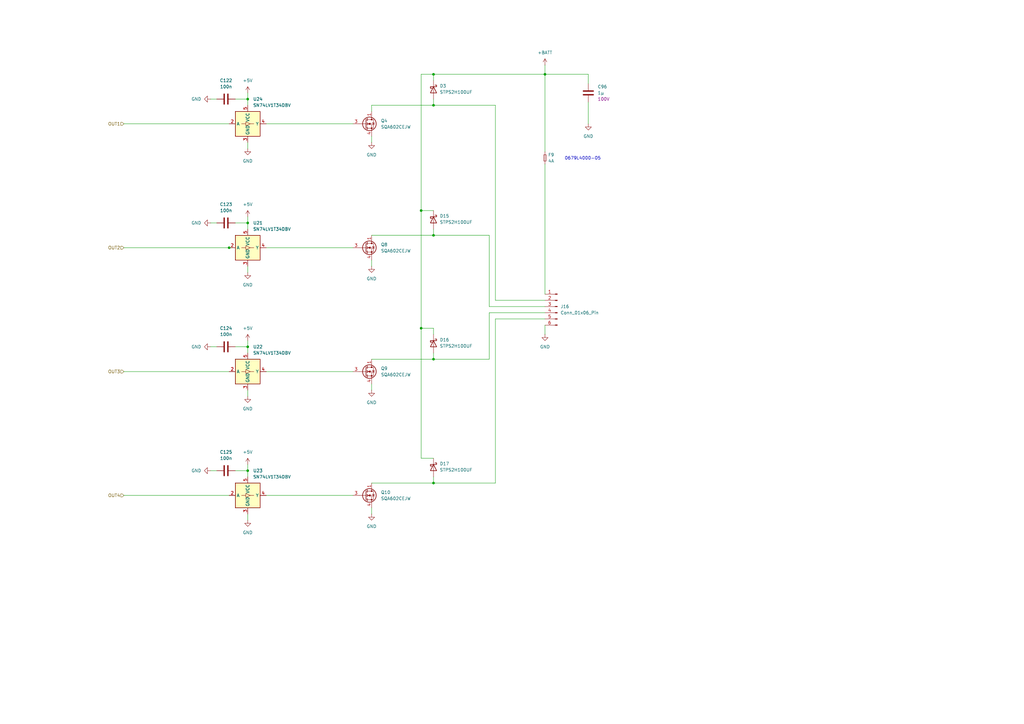
<source format=kicad_sch>
(kicad_sch
	(version 20231120)
	(generator "eeschema")
	(generator_version "8.0")
	(uuid "24a25cba-4e21-42f8-8a4d-93f58f29dd97")
	(paper "A3")
	(lib_symbols
		(symbol "Connector:Conn_01x06_Pin"
			(pin_names
				(offset 1.016) hide)
			(exclude_from_sim no)
			(in_bom yes)
			(on_board yes)
			(property "Reference" "J"
				(at 0 7.62 0)
				(effects
					(font
						(size 1.27 1.27)
					)
				)
			)
			(property "Value" "Conn_01x06_Pin"
				(at 0 -10.16 0)
				(effects
					(font
						(size 1.27 1.27)
					)
				)
			)
			(property "Footprint" ""
				(at 0 0 0)
				(effects
					(font
						(size 1.27 1.27)
					)
					(hide yes)
				)
			)
			(property "Datasheet" "~"
				(at 0 0 0)
				(effects
					(font
						(size 1.27 1.27)
					)
					(hide yes)
				)
			)
			(property "Description" "Generic connector, single row, 01x06, script generated"
				(at 0 0 0)
				(effects
					(font
						(size 1.27 1.27)
					)
					(hide yes)
				)
			)
			(property "ki_locked" ""
				(at 0 0 0)
				(effects
					(font
						(size 1.27 1.27)
					)
				)
			)
			(property "ki_keywords" "connector"
				(at 0 0 0)
				(effects
					(font
						(size 1.27 1.27)
					)
					(hide yes)
				)
			)
			(property "ki_fp_filters" "Connector*:*_1x??_*"
				(at 0 0 0)
				(effects
					(font
						(size 1.27 1.27)
					)
					(hide yes)
				)
			)
			(symbol "Conn_01x06_Pin_1_1"
				(polyline
					(pts
						(xy 1.27 -7.62) (xy 0.8636 -7.62)
					)
					(stroke
						(width 0.1524)
						(type default)
					)
					(fill
						(type none)
					)
				)
				(polyline
					(pts
						(xy 1.27 -5.08) (xy 0.8636 -5.08)
					)
					(stroke
						(width 0.1524)
						(type default)
					)
					(fill
						(type none)
					)
				)
				(polyline
					(pts
						(xy 1.27 -2.54) (xy 0.8636 -2.54)
					)
					(stroke
						(width 0.1524)
						(type default)
					)
					(fill
						(type none)
					)
				)
				(polyline
					(pts
						(xy 1.27 0) (xy 0.8636 0)
					)
					(stroke
						(width 0.1524)
						(type default)
					)
					(fill
						(type none)
					)
				)
				(polyline
					(pts
						(xy 1.27 2.54) (xy 0.8636 2.54)
					)
					(stroke
						(width 0.1524)
						(type default)
					)
					(fill
						(type none)
					)
				)
				(polyline
					(pts
						(xy 1.27 5.08) (xy 0.8636 5.08)
					)
					(stroke
						(width 0.1524)
						(type default)
					)
					(fill
						(type none)
					)
				)
				(rectangle
					(start 0.8636 -7.493)
					(end 0 -7.747)
					(stroke
						(width 0.1524)
						(type default)
					)
					(fill
						(type outline)
					)
				)
				(rectangle
					(start 0.8636 -4.953)
					(end 0 -5.207)
					(stroke
						(width 0.1524)
						(type default)
					)
					(fill
						(type outline)
					)
				)
				(rectangle
					(start 0.8636 -2.413)
					(end 0 -2.667)
					(stroke
						(width 0.1524)
						(type default)
					)
					(fill
						(type outline)
					)
				)
				(rectangle
					(start 0.8636 0.127)
					(end 0 -0.127)
					(stroke
						(width 0.1524)
						(type default)
					)
					(fill
						(type outline)
					)
				)
				(rectangle
					(start 0.8636 2.667)
					(end 0 2.413)
					(stroke
						(width 0.1524)
						(type default)
					)
					(fill
						(type outline)
					)
				)
				(rectangle
					(start 0.8636 5.207)
					(end 0 4.953)
					(stroke
						(width 0.1524)
						(type default)
					)
					(fill
						(type outline)
					)
				)
				(pin passive line
					(at 5.08 5.08 180)
					(length 3.81)
					(name "Pin_1"
						(effects
							(font
								(size 1.27 1.27)
							)
						)
					)
					(number "1"
						(effects
							(font
								(size 1.27 1.27)
							)
						)
					)
				)
				(pin passive line
					(at 5.08 2.54 180)
					(length 3.81)
					(name "Pin_2"
						(effects
							(font
								(size 1.27 1.27)
							)
						)
					)
					(number "2"
						(effects
							(font
								(size 1.27 1.27)
							)
						)
					)
				)
				(pin passive line
					(at 5.08 0 180)
					(length 3.81)
					(name "Pin_3"
						(effects
							(font
								(size 1.27 1.27)
							)
						)
					)
					(number "3"
						(effects
							(font
								(size 1.27 1.27)
							)
						)
					)
				)
				(pin passive line
					(at 5.08 -2.54 180)
					(length 3.81)
					(name "Pin_4"
						(effects
							(font
								(size 1.27 1.27)
							)
						)
					)
					(number "4"
						(effects
							(font
								(size 1.27 1.27)
							)
						)
					)
				)
				(pin passive line
					(at 5.08 -5.08 180)
					(length 3.81)
					(name "Pin_5"
						(effects
							(font
								(size 1.27 1.27)
							)
						)
					)
					(number "5"
						(effects
							(font
								(size 1.27 1.27)
							)
						)
					)
				)
				(pin passive line
					(at 5.08 -7.62 180)
					(length 3.81)
					(name "Pin_6"
						(effects
							(font
								(size 1.27 1.27)
							)
						)
					)
					(number "6"
						(effects
							(font
								(size 1.27 1.27)
							)
						)
					)
				)
			)
		)
		(symbol "Device:C"
			(pin_numbers hide)
			(pin_names
				(offset 0.254)
			)
			(exclude_from_sim no)
			(in_bom yes)
			(on_board yes)
			(property "Reference" "C"
				(at 0.635 2.54 0)
				(effects
					(font
						(size 1.27 1.27)
					)
					(justify left)
				)
			)
			(property "Value" "C"
				(at 0.635 -2.54 0)
				(effects
					(font
						(size 1.27 1.27)
					)
					(justify left)
				)
			)
			(property "Footprint" ""
				(at 0.9652 -3.81 0)
				(effects
					(font
						(size 1.27 1.27)
					)
					(hide yes)
				)
			)
			(property "Datasheet" "~"
				(at 0 0 0)
				(effects
					(font
						(size 1.27 1.27)
					)
					(hide yes)
				)
			)
			(property "Description" "Unpolarized capacitor"
				(at 0 0 0)
				(effects
					(font
						(size 1.27 1.27)
					)
					(hide yes)
				)
			)
			(property "ki_keywords" "cap capacitor"
				(at 0 0 0)
				(effects
					(font
						(size 1.27 1.27)
					)
					(hide yes)
				)
			)
			(property "ki_fp_filters" "C_*"
				(at 0 0 0)
				(effects
					(font
						(size 1.27 1.27)
					)
					(hide yes)
				)
			)
			(symbol "C_0_1"
				(polyline
					(pts
						(xy -2.032 -0.762) (xy 2.032 -0.762)
					)
					(stroke
						(width 0.508)
						(type default)
					)
					(fill
						(type none)
					)
				)
				(polyline
					(pts
						(xy -2.032 0.762) (xy 2.032 0.762)
					)
					(stroke
						(width 0.508)
						(type default)
					)
					(fill
						(type none)
					)
				)
			)
			(symbol "C_1_1"
				(pin passive line
					(at 0 3.81 270)
					(length 2.794)
					(name "~"
						(effects
							(font
								(size 1.27 1.27)
							)
						)
					)
					(number "1"
						(effects
							(font
								(size 1.27 1.27)
							)
						)
					)
				)
				(pin passive line
					(at 0 -3.81 90)
					(length 2.794)
					(name "~"
						(effects
							(font
								(size 1.27 1.27)
							)
						)
					)
					(number "2"
						(effects
							(font
								(size 1.27 1.27)
							)
						)
					)
				)
			)
		)
		(symbol "Device:Fuse_Small"
			(pin_numbers hide)
			(pin_names
				(offset 0.254) hide)
			(exclude_from_sim no)
			(in_bom yes)
			(on_board yes)
			(property "Reference" "F"
				(at 0 -1.524 0)
				(effects
					(font
						(size 1.27 1.27)
					)
				)
			)
			(property "Value" "Fuse_Small"
				(at 0 1.524 0)
				(effects
					(font
						(size 1.27 1.27)
					)
				)
			)
			(property "Footprint" ""
				(at 0 0 0)
				(effects
					(font
						(size 1.27 1.27)
					)
					(hide yes)
				)
			)
			(property "Datasheet" "~"
				(at 0 0 0)
				(effects
					(font
						(size 1.27 1.27)
					)
					(hide yes)
				)
			)
			(property "Description" "Fuse, small symbol"
				(at 0 0 0)
				(effects
					(font
						(size 1.27 1.27)
					)
					(hide yes)
				)
			)
			(property "ki_keywords" "fuse"
				(at 0 0 0)
				(effects
					(font
						(size 1.27 1.27)
					)
					(hide yes)
				)
			)
			(property "ki_fp_filters" "*Fuse*"
				(at 0 0 0)
				(effects
					(font
						(size 1.27 1.27)
					)
					(hide yes)
				)
			)
			(symbol "Fuse_Small_0_1"
				(rectangle
					(start -1.27 0.508)
					(end 1.27 -0.508)
					(stroke
						(width 0)
						(type default)
					)
					(fill
						(type none)
					)
				)
				(polyline
					(pts
						(xy -1.27 0) (xy 1.27 0)
					)
					(stroke
						(width 0)
						(type default)
					)
					(fill
						(type none)
					)
				)
			)
			(symbol "Fuse_Small_1_1"
				(pin passive line
					(at -2.54 0 0)
					(length 1.27)
					(name "~"
						(effects
							(font
								(size 1.27 1.27)
							)
						)
					)
					(number "1"
						(effects
							(font
								(size 1.27 1.27)
							)
						)
					)
				)
				(pin passive line
					(at 2.54 0 180)
					(length 1.27)
					(name "~"
						(effects
							(font
								(size 1.27 1.27)
							)
						)
					)
					(number "2"
						(effects
							(font
								(size 1.27 1.27)
							)
						)
					)
				)
			)
		)
		(symbol "Diode:B260"
			(pin_numbers hide)
			(pin_names
				(offset 1.016) hide)
			(exclude_from_sim no)
			(in_bom yes)
			(on_board yes)
			(property "Reference" "D"
				(at 0 2.54 0)
				(effects
					(font
						(size 1.27 1.27)
					)
				)
			)
			(property "Value" "B260"
				(at 0 -2.54 0)
				(effects
					(font
						(size 1.27 1.27)
					)
				)
			)
			(property "Footprint" "Diode_SMD:D_SMB"
				(at 0 -4.445 0)
				(effects
					(font
						(size 1.27 1.27)
					)
					(hide yes)
				)
			)
			(property "Datasheet" "http://www.jameco.com/Jameco/Products/ProdDS/1538777.pdf"
				(at 0 0 0)
				(effects
					(font
						(size 1.27 1.27)
					)
					(hide yes)
				)
			)
			(property "Description" "60V 2A Schottky Barrier Rectifier Diode, SMB"
				(at 0 0 0)
				(effects
					(font
						(size 1.27 1.27)
					)
					(hide yes)
				)
			)
			(property "ki_keywords" "diode Schottky"
				(at 0 0 0)
				(effects
					(font
						(size 1.27 1.27)
					)
					(hide yes)
				)
			)
			(property "ki_fp_filters" "D*SMB*"
				(at 0 0 0)
				(effects
					(font
						(size 1.27 1.27)
					)
					(hide yes)
				)
			)
			(symbol "B260_0_1"
				(polyline
					(pts
						(xy 1.27 0) (xy -1.27 0)
					)
					(stroke
						(width 0)
						(type default)
					)
					(fill
						(type none)
					)
				)
				(polyline
					(pts
						(xy 1.27 1.27) (xy 1.27 -1.27) (xy -1.27 0) (xy 1.27 1.27)
					)
					(stroke
						(width 0.254)
						(type default)
					)
					(fill
						(type none)
					)
				)
				(polyline
					(pts
						(xy -1.905 0.635) (xy -1.905 1.27) (xy -1.27 1.27) (xy -1.27 -1.27) (xy -0.635 -1.27) (xy -0.635 -0.635)
					)
					(stroke
						(width 0.254)
						(type default)
					)
					(fill
						(type none)
					)
				)
			)
			(symbol "B260_1_1"
				(pin passive line
					(at -3.81 0 0)
					(length 2.54)
					(name "K"
						(effects
							(font
								(size 1.27 1.27)
							)
						)
					)
					(number "1"
						(effects
							(font
								(size 1.27 1.27)
							)
						)
					)
				)
				(pin passive line
					(at 3.81 0 180)
					(length 2.54)
					(name "A"
						(effects
							(font
								(size 1.27 1.27)
							)
						)
					)
					(number "2"
						(effects
							(font
								(size 1.27 1.27)
							)
						)
					)
				)
			)
		)
		(symbol "Logic_LevelTranslator:SN74LV1T34DBV"
			(exclude_from_sim no)
			(in_bom yes)
			(on_board yes)
			(property "Reference" "U"
				(at 5.08 6.35 0)
				(effects
					(font
						(size 1.27 1.27)
					)
					(justify left)
				)
			)
			(property "Value" "SN74LV1T34DBV"
				(at 5.08 3.81 0)
				(effects
					(font
						(size 1.27 1.27)
					)
					(justify left)
				)
			)
			(property "Footprint" "Package_TO_SOT_SMD:SOT-23-5"
				(at 16.51 -6.35 0)
				(effects
					(font
						(size 1.27 1.27)
					)
					(hide yes)
				)
			)
			(property "Datasheet" "https://www.ti.com/lit/ds/symlink/sn74lv1t34.pdf"
				(at -10.16 -5.08 0)
				(effects
					(font
						(size 1.27 1.27)
					)
					(hide yes)
				)
			)
			(property "Description" "Single Power Supply, Single Buffer GATE, CMOS Logic, Level Shifter, SOT-23-5"
				(at 0 0 0)
				(effects
					(font
						(size 1.27 1.27)
					)
					(hide yes)
				)
			)
			(property "ki_keywords" "single buffer level shift"
				(at 0 0 0)
				(effects
					(font
						(size 1.27 1.27)
					)
					(hide yes)
				)
			)
			(property "ki_fp_filters" "SOT?23*"
				(at 0 0 0)
				(effects
					(font
						(size 1.27 1.27)
					)
					(hide yes)
				)
			)
			(symbol "SN74LV1T34DBV_0_1"
				(rectangle
					(start -5.08 5.08)
					(end 5.08 -5.08)
					(stroke
						(width 0.254)
						(type default)
					)
					(fill
						(type background)
					)
				)
				(polyline
					(pts
						(xy -0.762 0) (xy -2.54 0)
					)
					(stroke
						(width 0)
						(type default)
					)
					(fill
						(type none)
					)
				)
				(polyline
					(pts
						(xy 1.016 0) (xy 2.54 0)
					)
					(stroke
						(width 0)
						(type default)
					)
					(fill
						(type none)
					)
				)
			)
			(symbol "SN74LV1T34DBV_1_1"
				(polyline
					(pts
						(xy -0.762 -0.762) (xy -0.762 0.762) (xy 1.016 0) (xy -0.762 -0.762)
					)
					(stroke
						(width 0)
						(type default)
					)
					(fill
						(type none)
					)
				)
				(pin no_connect line
					(at -5.08 2.54 0)
					(length 2.54) hide
					(name "NC"
						(effects
							(font
								(size 1.27 1.27)
							)
						)
					)
					(number "1"
						(effects
							(font
								(size 1.27 1.27)
							)
						)
					)
				)
				(pin input line
					(at -7.62 0 0)
					(length 2.54)
					(name "A"
						(effects
							(font
								(size 1.27 1.27)
							)
						)
					)
					(number "2"
						(effects
							(font
								(size 1.27 1.27)
							)
						)
					)
				)
				(pin power_in line
					(at 0 -7.62 90)
					(length 2.54)
					(name "GND"
						(effects
							(font
								(size 1.27 1.27)
							)
						)
					)
					(number "3"
						(effects
							(font
								(size 1.27 1.27)
							)
						)
					)
				)
				(pin output line
					(at 7.62 0 180)
					(length 2.54)
					(name "Y"
						(effects
							(font
								(size 1.27 1.27)
							)
						)
					)
					(number "4"
						(effects
							(font
								(size 1.27 1.27)
							)
						)
					)
				)
				(pin power_in line
					(at 0 7.62 270)
					(length 2.54)
					(name "VCC"
						(effects
							(font
								(size 1.27 1.27)
							)
						)
					)
					(number "5"
						(effects
							(font
								(size 1.27 1.27)
							)
						)
					)
				)
			)
		)
		(symbol "Transistor_FET:CSD17313Q2"
			(pin_names hide)
			(exclude_from_sim no)
			(in_bom yes)
			(on_board yes)
			(property "Reference" "Q"
				(at 5.08 1.905 0)
				(effects
					(font
						(size 1.27 1.27)
					)
					(justify left)
				)
			)
			(property "Value" "CSD17313Q2"
				(at 5.08 0 0)
				(effects
					(font
						(size 1.27 1.27)
					)
					(justify left)
				)
			)
			(property "Footprint" "Package_SON:Texas_DQK"
				(at 5.08 -1.905 0)
				(effects
					(font
						(size 1.27 1.27)
						(italic yes)
					)
					(justify left)
					(hide yes)
				)
			)
			(property "Datasheet" "http://www.ti.com/lit/ds/symlink/csd17313q2.pdf"
				(at 5.08 -3.81 0)
				(effects
					(font
						(size 1.27 1.27)
					)
					(justify left)
					(hide yes)
				)
			)
			(property "Description" "5A Id, 30V Vds, NexFET N-Channel Power MOSFET, 24mOhm Ron, SON-6"
				(at 0 0 0)
				(effects
					(font
						(size 1.27 1.27)
					)
					(hide yes)
				)
			)
			(property "ki_keywords" "NexFET Power MOSFET N-MOS"
				(at 0 0 0)
				(effects
					(font
						(size 1.27 1.27)
					)
					(hide yes)
				)
			)
			(property "ki_fp_filters" "Texas*DQK*"
				(at 0 0 0)
				(effects
					(font
						(size 1.27 1.27)
					)
					(hide yes)
				)
			)
			(symbol "CSD17313Q2_0_1"
				(polyline
					(pts
						(xy 0.254 0) (xy -2.54 0)
					)
					(stroke
						(width 0)
						(type default)
					)
					(fill
						(type none)
					)
				)
				(polyline
					(pts
						(xy 0.254 1.905) (xy 0.254 -1.905)
					)
					(stroke
						(width 0.254)
						(type default)
					)
					(fill
						(type none)
					)
				)
				(polyline
					(pts
						(xy 0.762 -1.27) (xy 0.762 -2.286)
					)
					(stroke
						(width 0.254)
						(type default)
					)
					(fill
						(type none)
					)
				)
				(polyline
					(pts
						(xy 0.762 0.508) (xy 0.762 -0.508)
					)
					(stroke
						(width 0.254)
						(type default)
					)
					(fill
						(type none)
					)
				)
				(polyline
					(pts
						(xy 0.762 2.286) (xy 0.762 1.27)
					)
					(stroke
						(width 0.254)
						(type default)
					)
					(fill
						(type none)
					)
				)
				(polyline
					(pts
						(xy 2.54 2.54) (xy 2.54 1.778)
					)
					(stroke
						(width 0)
						(type default)
					)
					(fill
						(type none)
					)
				)
				(polyline
					(pts
						(xy 2.54 -2.54) (xy 2.54 0) (xy 0.762 0)
					)
					(stroke
						(width 0)
						(type default)
					)
					(fill
						(type none)
					)
				)
				(polyline
					(pts
						(xy 0.762 -1.778) (xy 3.302 -1.778) (xy 3.302 1.778) (xy 0.762 1.778)
					)
					(stroke
						(width 0)
						(type default)
					)
					(fill
						(type none)
					)
				)
				(polyline
					(pts
						(xy 1.016 0) (xy 2.032 0.381) (xy 2.032 -0.381) (xy 1.016 0)
					)
					(stroke
						(width 0)
						(type default)
					)
					(fill
						(type outline)
					)
				)
				(polyline
					(pts
						(xy 2.794 0.508) (xy 2.921 0.381) (xy 3.683 0.381) (xy 3.81 0.254)
					)
					(stroke
						(width 0)
						(type default)
					)
					(fill
						(type none)
					)
				)
				(polyline
					(pts
						(xy 3.302 0.381) (xy 2.921 -0.254) (xy 3.683 -0.254) (xy 3.302 0.381)
					)
					(stroke
						(width 0)
						(type default)
					)
					(fill
						(type none)
					)
				)
				(circle
					(center 1.651 0)
					(radius 2.794)
					(stroke
						(width 0.254)
						(type default)
					)
					(fill
						(type none)
					)
				)
				(circle
					(center 2.54 -1.778)
					(radius 0.254)
					(stroke
						(width 0)
						(type default)
					)
					(fill
						(type outline)
					)
				)
				(circle
					(center 2.54 1.778)
					(radius 0.254)
					(stroke
						(width 0)
						(type default)
					)
					(fill
						(type outline)
					)
				)
			)
			(symbol "CSD17313Q2_1_1"
				(pin passive line
					(at 2.54 5.08 270)
					(length 2.54)
					(name "D"
						(effects
							(font
								(size 1.27 1.27)
							)
						)
					)
					(number "1"
						(effects
							(font
								(size 1.27 1.27)
							)
						)
					)
				)
				(pin passive line
					(at 2.54 5.08 270)
					(length 2.54) hide
					(name "D"
						(effects
							(font
								(size 1.27 1.27)
							)
						)
					)
					(number "2"
						(effects
							(font
								(size 1.27 1.27)
							)
						)
					)
				)
				(pin passive line
					(at -5.08 0 0)
					(length 2.54)
					(name "G"
						(effects
							(font
								(size 1.27 1.27)
							)
						)
					)
					(number "3"
						(effects
							(font
								(size 1.27 1.27)
							)
						)
					)
				)
				(pin passive line
					(at 2.54 -5.08 90)
					(length 2.54)
					(name "S"
						(effects
							(font
								(size 1.27 1.27)
							)
						)
					)
					(number "4"
						(effects
							(font
								(size 1.27 1.27)
							)
						)
					)
				)
				(pin passive line
					(at 2.54 5.08 270)
					(length 2.54) hide
					(name "D"
						(effects
							(font
								(size 1.27 1.27)
							)
						)
					)
					(number "5"
						(effects
							(font
								(size 1.27 1.27)
							)
						)
					)
				)
				(pin passive line
					(at 2.54 5.08 270)
					(length 2.54) hide
					(name "D"
						(effects
							(font
								(size 1.27 1.27)
							)
						)
					)
					(number "6"
						(effects
							(font
								(size 1.27 1.27)
							)
						)
					)
				)
				(pin passive line
					(at 2.54 -5.08 90)
					(length 2.54) hide
					(name "S"
						(effects
							(font
								(size 1.27 1.27)
							)
						)
					)
					(number "7"
						(effects
							(font
								(size 1.27 1.27)
							)
						)
					)
				)
				(pin passive line
					(at 2.54 5.08 270)
					(length 2.54) hide
					(name "D"
						(effects
							(font
								(size 1.27 1.27)
							)
						)
					)
					(number "8"
						(effects
							(font
								(size 1.27 1.27)
							)
						)
					)
				)
			)
		)
		(symbol "power:+5V"
			(power)
			(pin_numbers hide)
			(pin_names
				(offset 0) hide)
			(exclude_from_sim no)
			(in_bom yes)
			(on_board yes)
			(property "Reference" "#PWR"
				(at 0 -3.81 0)
				(effects
					(font
						(size 1.27 1.27)
					)
					(hide yes)
				)
			)
			(property "Value" "+5V"
				(at 0 3.556 0)
				(effects
					(font
						(size 1.27 1.27)
					)
				)
			)
			(property "Footprint" ""
				(at 0 0 0)
				(effects
					(font
						(size 1.27 1.27)
					)
					(hide yes)
				)
			)
			(property "Datasheet" ""
				(at 0 0 0)
				(effects
					(font
						(size 1.27 1.27)
					)
					(hide yes)
				)
			)
			(property "Description" "Power symbol creates a global label with name \"+5V\""
				(at 0 0 0)
				(effects
					(font
						(size 1.27 1.27)
					)
					(hide yes)
				)
			)
			(property "ki_keywords" "global power"
				(at 0 0 0)
				(effects
					(font
						(size 1.27 1.27)
					)
					(hide yes)
				)
			)
			(symbol "+5V_0_1"
				(polyline
					(pts
						(xy -0.762 1.27) (xy 0 2.54)
					)
					(stroke
						(width 0)
						(type default)
					)
					(fill
						(type none)
					)
				)
				(polyline
					(pts
						(xy 0 0) (xy 0 2.54)
					)
					(stroke
						(width 0)
						(type default)
					)
					(fill
						(type none)
					)
				)
				(polyline
					(pts
						(xy 0 2.54) (xy 0.762 1.27)
					)
					(stroke
						(width 0)
						(type default)
					)
					(fill
						(type none)
					)
				)
			)
			(symbol "+5V_1_1"
				(pin power_in line
					(at 0 0 90)
					(length 0)
					(name "~"
						(effects
							(font
								(size 1.27 1.27)
							)
						)
					)
					(number "1"
						(effects
							(font
								(size 1.27 1.27)
							)
						)
					)
				)
			)
		)
		(symbol "power:+BATT"
			(power)
			(pin_numbers hide)
			(pin_names
				(offset 0) hide)
			(exclude_from_sim no)
			(in_bom yes)
			(on_board yes)
			(property "Reference" "#PWR"
				(at 0 -3.81 0)
				(effects
					(font
						(size 1.27 1.27)
					)
					(hide yes)
				)
			)
			(property "Value" "+BATT"
				(at 0 3.556 0)
				(effects
					(font
						(size 1.27 1.27)
					)
				)
			)
			(property "Footprint" ""
				(at 0 0 0)
				(effects
					(font
						(size 1.27 1.27)
					)
					(hide yes)
				)
			)
			(property "Datasheet" ""
				(at 0 0 0)
				(effects
					(font
						(size 1.27 1.27)
					)
					(hide yes)
				)
			)
			(property "Description" "Power symbol creates a global label with name \"+BATT\""
				(at 0 0 0)
				(effects
					(font
						(size 1.27 1.27)
					)
					(hide yes)
				)
			)
			(property "ki_keywords" "global power battery"
				(at 0 0 0)
				(effects
					(font
						(size 1.27 1.27)
					)
					(hide yes)
				)
			)
			(symbol "+BATT_0_1"
				(polyline
					(pts
						(xy -0.762 1.27) (xy 0 2.54)
					)
					(stroke
						(width 0)
						(type default)
					)
					(fill
						(type none)
					)
				)
				(polyline
					(pts
						(xy 0 0) (xy 0 2.54)
					)
					(stroke
						(width 0)
						(type default)
					)
					(fill
						(type none)
					)
				)
				(polyline
					(pts
						(xy 0 2.54) (xy 0.762 1.27)
					)
					(stroke
						(width 0)
						(type default)
					)
					(fill
						(type none)
					)
				)
			)
			(symbol "+BATT_1_1"
				(pin power_in line
					(at 0 0 90)
					(length 0)
					(name "~"
						(effects
							(font
								(size 1.27 1.27)
							)
						)
					)
					(number "1"
						(effects
							(font
								(size 1.27 1.27)
							)
						)
					)
				)
			)
		)
		(symbol "power:GND"
			(power)
			(pin_numbers hide)
			(pin_names
				(offset 0) hide)
			(exclude_from_sim no)
			(in_bom yes)
			(on_board yes)
			(property "Reference" "#PWR"
				(at 0 -6.35 0)
				(effects
					(font
						(size 1.27 1.27)
					)
					(hide yes)
				)
			)
			(property "Value" "GND"
				(at 0 -3.81 0)
				(effects
					(font
						(size 1.27 1.27)
					)
				)
			)
			(property "Footprint" ""
				(at 0 0 0)
				(effects
					(font
						(size 1.27 1.27)
					)
					(hide yes)
				)
			)
			(property "Datasheet" ""
				(at 0 0 0)
				(effects
					(font
						(size 1.27 1.27)
					)
					(hide yes)
				)
			)
			(property "Description" "Power symbol creates a global label with name \"GND\" , ground"
				(at 0 0 0)
				(effects
					(font
						(size 1.27 1.27)
					)
					(hide yes)
				)
			)
			(property "ki_keywords" "global power"
				(at 0 0 0)
				(effects
					(font
						(size 1.27 1.27)
					)
					(hide yes)
				)
			)
			(symbol "GND_0_1"
				(polyline
					(pts
						(xy 0 0) (xy 0 -1.27) (xy 1.27 -1.27) (xy 0 -2.54) (xy -1.27 -1.27) (xy 0 -1.27)
					)
					(stroke
						(width 0)
						(type default)
					)
					(fill
						(type none)
					)
				)
			)
			(symbol "GND_1_1"
				(pin power_in line
					(at 0 0 270)
					(length 0)
					(name "~"
						(effects
							(font
								(size 1.27 1.27)
							)
						)
					)
					(number "1"
						(effects
							(font
								(size 1.27 1.27)
							)
						)
					)
				)
			)
		)
	)
	(junction
		(at 177.8 147.32)
		(diameter 0)
		(color 0 0 0 0)
		(uuid "29909a96-c1a7-4103-b5b9-115994513f98")
	)
	(junction
		(at 177.8 96.52)
		(diameter 0)
		(color 0 0 0 0)
		(uuid "2a21559e-886f-4fe5-9467-81dd975597e6")
	)
	(junction
		(at 101.6 91.44)
		(diameter 0)
		(color 0 0 0 0)
		(uuid "32a5e91a-144b-41d8-95c3-485647d13ed8")
	)
	(junction
		(at 223.52 30.48)
		(diameter 0)
		(color 0 0 0 0)
		(uuid "4384e466-68ae-4ca7-af71-38b3ec117c09")
	)
	(junction
		(at 172.72 86.36)
		(diameter 0)
		(color 0 0 0 0)
		(uuid "511f53b8-74e7-4460-82d8-5d9f17a80330")
	)
	(junction
		(at 177.8 30.48)
		(diameter 0)
		(color 0 0 0 0)
		(uuid "7e1c180f-bf03-4232-94cd-ea6dd24b35c1")
	)
	(junction
		(at 101.6 142.24)
		(diameter 0)
		(color 0 0 0 0)
		(uuid "83e7b4af-c004-4b3a-a561-a55c22e0e78a")
	)
	(junction
		(at 177.8 198.12)
		(diameter 0)
		(color 0 0 0 0)
		(uuid "957a15c1-b075-403b-b476-bccd4a4fa704")
	)
	(junction
		(at 101.6 193.04)
		(diameter 0)
		(color 0 0 0 0)
		(uuid "a38b0aff-de16-496e-9dd7-dc096d13fbc9")
	)
	(junction
		(at 172.72 134.62)
		(diameter 0)
		(color 0 0 0 0)
		(uuid "ab9250af-98bc-4554-bcd5-6873dceb4b07")
	)
	(junction
		(at 93.98 101.6)
		(diameter 0)
		(color 0 0 0 0)
		(uuid "aed7d1b9-34cc-4a0a-9252-d3d413c63e86")
	)
	(junction
		(at 177.8 43.18)
		(diameter 0)
		(color 0 0 0 0)
		(uuid "b84fa311-025e-4082-984e-acc095999f24")
	)
	(junction
		(at 101.6 40.64)
		(diameter 0)
		(color 0 0 0 0)
		(uuid "ebd2f705-8615-4837-9652-e111ca3592f9")
	)
	(wire
		(pts
			(xy 101.6 91.44) (xy 101.6 88.9)
		)
		(stroke
			(width 0)
			(type default)
		)
		(uuid "053dad27-44b9-4eb2-ab3c-7c5fc97f3e6e")
	)
	(wire
		(pts
			(xy 50.8 203.2) (xy 93.98 203.2)
		)
		(stroke
			(width 0)
			(type default)
		)
		(uuid "0a3cda9e-bc3d-4211-bb24-65ed4efe03f4")
	)
	(wire
		(pts
			(xy 152.4 157.48) (xy 152.4 160.02)
		)
		(stroke
			(width 0)
			(type default)
		)
		(uuid "12c42161-e5aa-4334-8429-3f7139d9ed41")
	)
	(wire
		(pts
			(xy 223.52 30.48) (xy 223.52 62.23)
		)
		(stroke
			(width 0)
			(type default)
		)
		(uuid "16dfefea-89a9-4e68-a8d7-9fb259261fca")
	)
	(wire
		(pts
			(xy 86.36 193.04) (xy 88.9 193.04)
		)
		(stroke
			(width 0)
			(type default)
		)
		(uuid "174fcdc7-d75a-4034-afc5-67e17f7657f1")
	)
	(wire
		(pts
			(xy 93.98 101.6) (xy 95.25 101.6)
		)
		(stroke
			(width 0)
			(type default)
		)
		(uuid "17bfc898-dd12-45e0-886a-808b65ea9366")
	)
	(wire
		(pts
			(xy 101.6 139.7) (xy 101.6 142.24)
		)
		(stroke
			(width 0)
			(type default)
		)
		(uuid "17e24920-9b66-47b4-a3f0-8eab52dfae24")
	)
	(wire
		(pts
			(xy 172.72 86.36) (xy 177.8 86.36)
		)
		(stroke
			(width 0)
			(type default)
		)
		(uuid "1917cfd9-9b95-4753-80f3-d73bf6248d64")
	)
	(wire
		(pts
			(xy 101.6 58.42) (xy 101.6 60.96)
		)
		(stroke
			(width 0)
			(type default)
		)
		(uuid "19da0ed2-1716-4e25-b776-b2fea245001c")
	)
	(wire
		(pts
			(xy 86.36 40.64) (xy 88.9 40.64)
		)
		(stroke
			(width 0)
			(type default)
		)
		(uuid "1e1e75d1-e2c6-4651-b948-cf3b95b8980c")
	)
	(wire
		(pts
			(xy 101.6 210.82) (xy 101.6 213.36)
		)
		(stroke
			(width 0)
			(type default)
		)
		(uuid "1ebbdc11-1384-4fcc-8a7c-c16e6c19d651")
	)
	(wire
		(pts
			(xy 177.8 198.12) (xy 203.2 198.12)
		)
		(stroke
			(width 0)
			(type default)
		)
		(uuid "2011682c-3eb9-48d8-bf34-01423702aa87")
	)
	(wire
		(pts
			(xy 223.52 67.31) (xy 223.52 120.65)
		)
		(stroke
			(width 0)
			(type default)
		)
		(uuid "2287d35a-60e2-41cb-8540-25cc3727b22b")
	)
	(wire
		(pts
			(xy 96.52 142.24) (xy 101.6 142.24)
		)
		(stroke
			(width 0)
			(type default)
		)
		(uuid "25687c0f-61a0-4adb-a0bb-b38807181ca0")
	)
	(wire
		(pts
			(xy 152.4 43.18) (xy 152.4 45.72)
		)
		(stroke
			(width 0)
			(type default)
		)
		(uuid "272e8685-07fa-430b-bb21-88a41442da9e")
	)
	(wire
		(pts
			(xy 152.4 208.28) (xy 152.4 210.82)
		)
		(stroke
			(width 0)
			(type default)
		)
		(uuid "2a44e8e5-ec72-4657-98cf-8f6802202c61")
	)
	(wire
		(pts
			(xy 241.3 41.91) (xy 241.3 50.8)
		)
		(stroke
			(width 0)
			(type default)
		)
		(uuid "31d4e230-083a-4c10-9ec1-2742b199ba0b")
	)
	(wire
		(pts
			(xy 172.72 187.96) (xy 172.72 134.62)
		)
		(stroke
			(width 0)
			(type default)
		)
		(uuid "349cd57b-4ae7-463d-ac84-96d29961484d")
	)
	(wire
		(pts
			(xy 177.8 147.32) (xy 152.4 147.32)
		)
		(stroke
			(width 0)
			(type default)
		)
		(uuid "368a09f8-544f-45c5-b1e1-71572a5f29e3")
	)
	(wire
		(pts
			(xy 223.52 125.73) (xy 200.66 125.73)
		)
		(stroke
			(width 0)
			(type default)
		)
		(uuid "381d5de9-3cb6-4d54-9343-d867561330b9")
	)
	(wire
		(pts
			(xy 101.6 109.22) (xy 101.6 111.76)
		)
		(stroke
			(width 0)
			(type default)
		)
		(uuid "3a257026-3184-40e6-b6b8-d6c20aee0cf4")
	)
	(wire
		(pts
			(xy 223.52 123.19) (xy 203.2 123.19)
		)
		(stroke
			(width 0)
			(type default)
		)
		(uuid "40ef7ffb-347e-4b06-8c11-630754cf9497")
	)
	(wire
		(pts
			(xy 101.6 40.64) (xy 101.6 43.18)
		)
		(stroke
			(width 0)
			(type default)
		)
		(uuid "48e123e7-7ada-4e13-8efd-b30b89c00022")
	)
	(wire
		(pts
			(xy 177.8 93.98) (xy 177.8 96.52)
		)
		(stroke
			(width 0)
			(type default)
		)
		(uuid "4f62a9b2-fa56-4bb7-a738-9bd5e9277184")
	)
	(wire
		(pts
			(xy 109.22 203.2) (xy 144.78 203.2)
		)
		(stroke
			(width 0)
			(type default)
		)
		(uuid "5407a383-0c6b-40b0-9030-48bf90981970")
	)
	(wire
		(pts
			(xy 86.36 142.24) (xy 88.9 142.24)
		)
		(stroke
			(width 0)
			(type default)
		)
		(uuid "5f0589c4-59cf-48ae-9b94-387d570cdeeb")
	)
	(wire
		(pts
			(xy 203.2 130.81) (xy 203.2 198.12)
		)
		(stroke
			(width 0)
			(type default)
		)
		(uuid "645f5059-4fc1-4594-ab76-3db7952674b4")
	)
	(wire
		(pts
			(xy 203.2 123.19) (xy 203.2 43.18)
		)
		(stroke
			(width 0)
			(type default)
		)
		(uuid "6d015c1f-1216-490c-8e4f-9186d8f0c708")
	)
	(wire
		(pts
			(xy 96.52 91.44) (xy 101.6 91.44)
		)
		(stroke
			(width 0)
			(type default)
		)
		(uuid "73ea660d-dd76-4c1a-ac34-2ac07c0b2ed7")
	)
	(wire
		(pts
			(xy 177.8 195.58) (xy 177.8 198.12)
		)
		(stroke
			(width 0)
			(type default)
		)
		(uuid "75cb9f29-b751-4149-8a0c-d99a47107ae8")
	)
	(wire
		(pts
			(xy 96.52 40.64) (xy 101.6 40.64)
		)
		(stroke
			(width 0)
			(type default)
		)
		(uuid "783451d7-f863-46a8-af68-8551248032ad")
	)
	(wire
		(pts
			(xy 50.8 152.4) (xy 93.98 152.4)
		)
		(stroke
			(width 0)
			(type default)
		)
		(uuid "7a7837c5-06a6-45c8-9f3f-8490a29bda63")
	)
	(wire
		(pts
			(xy 223.52 130.81) (xy 203.2 130.81)
		)
		(stroke
			(width 0)
			(type default)
		)
		(uuid "7b130a76-efe9-4810-aaaa-c177bbbfb4ce")
	)
	(wire
		(pts
			(xy 152.4 96.52) (xy 177.8 96.52)
		)
		(stroke
			(width 0)
			(type default)
		)
		(uuid "7d0b83bc-2b62-40a6-b3e4-50272648cc3b")
	)
	(wire
		(pts
			(xy 101.6 160.02) (xy 101.6 162.56)
		)
		(stroke
			(width 0)
			(type default)
		)
		(uuid "8222acee-0d96-4eeb-9cfa-2afd9de846ff")
	)
	(wire
		(pts
			(xy 109.22 152.4) (xy 144.78 152.4)
		)
		(stroke
			(width 0)
			(type default)
		)
		(uuid "83171d4d-37a7-469d-83d4-6d4247959dd2")
	)
	(wire
		(pts
			(xy 241.3 30.48) (xy 241.3 34.29)
		)
		(stroke
			(width 0)
			(type default)
		)
		(uuid "86d4f76a-3962-49cc-a04b-ae01e355cdcf")
	)
	(wire
		(pts
			(xy 50.8 50.8) (xy 93.98 50.8)
		)
		(stroke
			(width 0)
			(type default)
		)
		(uuid "8f81fe3b-9c1e-4137-b861-aa63f419db15")
	)
	(wire
		(pts
			(xy 101.6 193.04) (xy 101.6 190.5)
		)
		(stroke
			(width 0)
			(type default)
		)
		(uuid "8fe05db3-8419-4303-99f0-745d75d5e134")
	)
	(wire
		(pts
			(xy 177.8 144.78) (xy 177.8 147.32)
		)
		(stroke
			(width 0)
			(type default)
		)
		(uuid "90456519-e5fc-460a-9db8-801e704fbe09")
	)
	(wire
		(pts
			(xy 101.6 91.44) (xy 101.6 93.98)
		)
		(stroke
			(width 0)
			(type default)
		)
		(uuid "90fe2fc2-0a67-4635-8a93-5325909ef9da")
	)
	(wire
		(pts
			(xy 223.52 133.35) (xy 223.52 137.16)
		)
		(stroke
			(width 0)
			(type default)
		)
		(uuid "9596d569-5a41-4ab5-87b4-e3702c7f2862")
	)
	(wire
		(pts
			(xy 172.72 30.48) (xy 177.8 30.48)
		)
		(stroke
			(width 0)
			(type default)
		)
		(uuid "95a45c11-d6e7-49ff-ada4-453fa80abff4")
	)
	(wire
		(pts
			(xy 152.4 198.12) (xy 177.8 198.12)
		)
		(stroke
			(width 0)
			(type default)
		)
		(uuid "97ebc846-31ce-49ab-9796-9cb599278509")
	)
	(wire
		(pts
			(xy 152.4 55.88) (xy 152.4 58.42)
		)
		(stroke
			(width 0)
			(type default)
		)
		(uuid "98a5e8cb-5b5e-4995-bd48-785d1a01a5fd")
	)
	(wire
		(pts
			(xy 172.72 134.62) (xy 172.72 86.36)
		)
		(stroke
			(width 0)
			(type default)
		)
		(uuid "a04e7446-38ff-4ae2-bcc2-d312f1cbd1da")
	)
	(wire
		(pts
			(xy 200.66 128.27) (xy 200.66 147.32)
		)
		(stroke
			(width 0)
			(type default)
		)
		(uuid "a113cac5-5650-4152-860d-61b562729f5b")
	)
	(wire
		(pts
			(xy 177.8 134.62) (xy 177.8 137.16)
		)
		(stroke
			(width 0)
			(type default)
		)
		(uuid "a39f7318-d6ea-498f-bd5b-aaba44e3ee68")
	)
	(wire
		(pts
			(xy 50.8 101.6) (xy 93.98 101.6)
		)
		(stroke
			(width 0)
			(type default)
		)
		(uuid "a9e6df67-758d-40a5-b35d-d83b2d1684ac")
	)
	(wire
		(pts
			(xy 101.6 40.64) (xy 101.6 38.1)
		)
		(stroke
			(width 0)
			(type default)
		)
		(uuid "ae0fff7f-0aa7-4f55-a0c0-f1c06b8e2c6d")
	)
	(wire
		(pts
			(xy 177.8 40.64) (xy 177.8 43.18)
		)
		(stroke
			(width 0)
			(type default)
		)
		(uuid "b2ba5e39-5762-4db8-8489-25d57c80c2d0")
	)
	(wire
		(pts
			(xy 203.2 43.18) (xy 177.8 43.18)
		)
		(stroke
			(width 0)
			(type default)
		)
		(uuid "b51378dd-3cc9-4a54-9a8a-d8f6773623f1")
	)
	(wire
		(pts
			(xy 200.66 147.32) (xy 177.8 147.32)
		)
		(stroke
			(width 0)
			(type default)
		)
		(uuid "b56a11f2-9a24-44a1-b94e-aef7e04140ac")
	)
	(wire
		(pts
			(xy 109.22 101.6) (xy 144.78 101.6)
		)
		(stroke
			(width 0)
			(type default)
		)
		(uuid "bbf771f8-4320-4d6a-ab92-1113b4cff133")
	)
	(wire
		(pts
			(xy 177.8 187.96) (xy 172.72 187.96)
		)
		(stroke
			(width 0)
			(type default)
		)
		(uuid "c00003b3-125f-4f1b-b227-83be55687c65")
	)
	(wire
		(pts
			(xy 223.52 128.27) (xy 200.66 128.27)
		)
		(stroke
			(width 0)
			(type default)
		)
		(uuid "c4810aeb-fd97-426b-b073-cd1d4c30376f")
	)
	(wire
		(pts
			(xy 223.52 30.48) (xy 241.3 30.48)
		)
		(stroke
			(width 0)
			(type default)
		)
		(uuid "c4926549-59be-4df3-93b0-11c99ff4d527")
	)
	(wire
		(pts
			(xy 152.4 106.68) (xy 152.4 109.22)
		)
		(stroke
			(width 0)
			(type default)
		)
		(uuid "c4dab705-1239-42b8-bb59-c667dc089ecf")
	)
	(wire
		(pts
			(xy 96.52 193.04) (xy 101.6 193.04)
		)
		(stroke
			(width 0)
			(type default)
		)
		(uuid "c58267b7-b348-4749-92a7-a50b42b01d58")
	)
	(wire
		(pts
			(xy 177.8 30.48) (xy 177.8 33.02)
		)
		(stroke
			(width 0)
			(type default)
		)
		(uuid "c6cb83db-de44-4dd4-98e9-a981467946a9")
	)
	(wire
		(pts
			(xy 101.6 142.24) (xy 101.6 144.78)
		)
		(stroke
			(width 0)
			(type default)
		)
		(uuid "c97aa634-f69f-48eb-b397-8f1fe1731783")
	)
	(wire
		(pts
			(xy 223.52 26.67) (xy 223.52 30.48)
		)
		(stroke
			(width 0)
			(type default)
		)
		(uuid "d3896fdf-edbc-4ace-b7ff-861f5894445a")
	)
	(wire
		(pts
			(xy 172.72 134.62) (xy 177.8 134.62)
		)
		(stroke
			(width 0)
			(type default)
		)
		(uuid "d3bd6cfa-0329-42ed-8980-edd40920e2cc")
	)
	(wire
		(pts
			(xy 177.8 30.48) (xy 223.52 30.48)
		)
		(stroke
			(width 0)
			(type default)
		)
		(uuid "d7041afb-cd0d-4474-8faa-bde7ce60580f")
	)
	(wire
		(pts
			(xy 200.66 125.73) (xy 200.66 96.52)
		)
		(stroke
			(width 0)
			(type default)
		)
		(uuid "dfdc49dd-4cc1-4d8f-88bc-953c77cdabbe")
	)
	(wire
		(pts
			(xy 177.8 43.18) (xy 152.4 43.18)
		)
		(stroke
			(width 0)
			(type default)
		)
		(uuid "e80a2565-7e87-4ca2-b17b-c9e51edba463")
	)
	(wire
		(pts
			(xy 172.72 86.36) (xy 172.72 30.48)
		)
		(stroke
			(width 0)
			(type default)
		)
		(uuid "eabd0c14-187a-4c31-8330-7408cc42b037")
	)
	(wire
		(pts
			(xy 101.6 193.04) (xy 101.6 195.58)
		)
		(stroke
			(width 0)
			(type default)
		)
		(uuid "ee5ca62f-dbd9-4e25-a5fe-277f3c5d1a95")
	)
	(wire
		(pts
			(xy 86.36 91.44) (xy 88.9 91.44)
		)
		(stroke
			(width 0)
			(type default)
		)
		(uuid "f0226114-6105-4335-95e2-75ebfc274bea")
	)
	(wire
		(pts
			(xy 177.8 96.52) (xy 200.66 96.52)
		)
		(stroke
			(width 0)
			(type default)
		)
		(uuid "f5adf58b-d36f-46bb-8db6-0f68fe0c18a2")
	)
	(wire
		(pts
			(xy 109.22 50.8) (xy 144.78 50.8)
		)
		(stroke
			(width 0)
			(type default)
		)
		(uuid "fc847e66-df47-464e-b278-b5b7d3f72123")
	)
	(text "0679L4000-05"
		(exclude_from_sim no)
		(at 239.014 65.024 0)
		(effects
			(font
				(size 1.27 1.27)
			)
		)
		(uuid "ea4a931b-fc2e-41b7-aadc-7850f846144f")
	)
	(hierarchical_label "OUT1"
		(shape input)
		(at 50.8 50.8 180)
		(fields_autoplaced yes)
		(effects
			(font
				(size 1.27 1.27)
			)
			(justify right)
		)
		(uuid "05c092aa-8c9b-4054-b077-b1c5fd7b0ef4")
	)
	(hierarchical_label "OUT2"
		(shape input)
		(at 50.8 101.6 180)
		(fields_autoplaced yes)
		(effects
			(font
				(size 1.27 1.27)
			)
			(justify right)
		)
		(uuid "32db1b69-8002-41f1-911c-c594bcca9600")
	)
	(hierarchical_label "OUT3"
		(shape input)
		(at 50.8 152.4 180)
		(fields_autoplaced yes)
		(effects
			(font
				(size 1.27 1.27)
			)
			(justify right)
		)
		(uuid "ace029fc-dcd3-4627-923f-6549366e2187")
	)
	(hierarchical_label "OUT4"
		(shape input)
		(at 50.8 203.2 180)
		(fields_autoplaced yes)
		(effects
			(font
				(size 1.27 1.27)
			)
			(justify right)
		)
		(uuid "f77f0851-d195-4a33-8fdb-3823552973ae")
	)
	(symbol
		(lib_id "power:GND")
		(at 101.6 111.76 0)
		(unit 1)
		(exclude_from_sim no)
		(in_bom yes)
		(on_board yes)
		(dnp no)
		(fields_autoplaced yes)
		(uuid "010b7d25-7f6a-440e-935c-25a7680852fe")
		(property "Reference" "#PWR0294"
			(at 101.6 118.11 0)
			(effects
				(font
					(size 1.27 1.27)
				)
				(hide yes)
			)
		)
		(property "Value" "GND"
			(at 101.6 116.84 0)
			(effects
				(font
					(size 1.27 1.27)
				)
			)
		)
		(property "Footprint" ""
			(at 101.6 111.76 0)
			(effects
				(font
					(size 1.27 1.27)
				)
				(hide yes)
			)
		)
		(property "Datasheet" ""
			(at 101.6 111.76 0)
			(effects
				(font
					(size 1.27 1.27)
				)
				(hide yes)
			)
		)
		(property "Description" "Power symbol creates a global label with name \"GND\" , ground"
			(at 101.6 111.76 0)
			(effects
				(font
					(size 1.27 1.27)
				)
				(hide yes)
			)
		)
		(pin "1"
			(uuid "44f01fd3-ab5d-4b0f-883b-8133f85ae301")
		)
		(instances
			(project "controll_board"
				(path "/c727c9ac-c904-48c5-97eb-b572033b6df0/d74b548c-3fa2-4300-ac4e-9b8dddb5d6a1"
					(reference "#PWR0294")
					(unit 1)
				)
			)
		)
	)
	(symbol
		(lib_id "Device:C")
		(at 92.71 193.04 90)
		(unit 1)
		(exclude_from_sim no)
		(in_bom yes)
		(on_board yes)
		(dnp no)
		(fields_autoplaced yes)
		(uuid "1c55ddda-02ea-4a17-bc6e-eae1e8981440")
		(property "Reference" "C125"
			(at 92.71 185.42 90)
			(effects
				(font
					(size 1.27 1.27)
				)
			)
		)
		(property "Value" "100n"
			(at 92.71 187.96 90)
			(effects
				(font
					(size 1.27 1.27)
				)
			)
		)
		(property "Footprint" "Capacitor_SMD:C_0603_1608Metric"
			(at 96.52 192.0748 0)
			(effects
				(font
					(size 1.27 1.27)
				)
				(hide yes)
			)
		)
		(property "Datasheet" "~"
			(at 92.71 193.04 0)
			(effects
				(font
					(size 1.27 1.27)
				)
				(hide yes)
			)
		)
		(property "Description" "Unpolarized capacitor"
			(at 92.71 193.04 0)
			(effects
				(font
					(size 1.27 1.27)
				)
				(hide yes)
			)
		)
		(pin "1"
			(uuid "6dc94252-6ab8-47f8-9e55-72599d475dea")
		)
		(pin "2"
			(uuid "bcd2ef63-7e94-49ac-9372-c148d06c2d3e")
		)
		(instances
			(project "controll_board"
				(path "/c727c9ac-c904-48c5-97eb-b572033b6df0/d74b548c-3fa2-4300-ac4e-9b8dddb5d6a1"
					(reference "C125")
					(unit 1)
				)
			)
		)
	)
	(symbol
		(lib_id "Transistor_FET:CSD17313Q2")
		(at 149.86 101.6 0)
		(unit 1)
		(exclude_from_sim no)
		(in_bom yes)
		(on_board yes)
		(dnp no)
		(fields_autoplaced yes)
		(uuid "1dcf5b5b-aa0a-4afd-bdd2-2acd01ecb920")
		(property "Reference" "Q8"
			(at 156.21 100.3299 0)
			(effects
				(font
					(size 1.27 1.27)
				)
				(justify left)
			)
		)
		(property "Value" "SQA602CEJW"
			(at 156.21 102.8699 0)
			(effects
				(font
					(size 1.27 1.27)
				)
				(justify left)
			)
		)
		(property "Footprint" "Package_SON:Texas_DQK"
			(at 154.94 103.505 0)
			(effects
				(font
					(size 1.27 1.27)
					(italic yes)
				)
				(justify left)
				(hide yes)
			)
		)
		(property "Datasheet" "http://www.ti.com/lit/ds/symlink/csd17313q2.pdf"
			(at 154.94 105.41 0)
			(effects
				(font
					(size 1.27 1.27)
				)
				(justify left)
				(hide yes)
			)
		)
		(property "Description" "5A Id, 30V Vds, NexFET N-Channel Power MOSFET, 24mOhm Ron, SON-6"
			(at 149.86 101.6 0)
			(effects
				(font
					(size 1.27 1.27)
				)
				(hide yes)
			)
		)
		(pin "1"
			(uuid "bb8bbdb0-8320-49b1-9d15-9b4856c1f5e9")
		)
		(pin "7"
			(uuid "4757e8f2-2efe-421e-bfd9-9d326d9d80e9")
		)
		(pin "6"
			(uuid "285ca7ee-dc3e-4c7e-938a-7f40a6bad194")
		)
		(pin "8"
			(uuid "8eb5573c-5416-4787-8fe6-c76a770b6c2c")
		)
		(pin "4"
			(uuid "524e18ad-87cc-4ed9-9f69-bc8ef84f7a04")
		)
		(pin "5"
			(uuid "09b3545c-131a-43cf-9b01-d2d12b38751d")
		)
		(pin "2"
			(uuid "c8eb2fd9-eda9-4466-bebf-80f1e38933fc")
		)
		(pin "3"
			(uuid "fa281e1c-a13a-4097-87db-f51dc987793a")
		)
		(instances
			(project "controll_board"
				(path "/c727c9ac-c904-48c5-97eb-b572033b6df0/d74b548c-3fa2-4300-ac4e-9b8dddb5d6a1"
					(reference "Q8")
					(unit 1)
				)
			)
		)
	)
	(symbol
		(lib_id "power:GND")
		(at 101.6 162.56 0)
		(unit 1)
		(exclude_from_sim no)
		(in_bom yes)
		(on_board yes)
		(dnp no)
		(fields_autoplaced yes)
		(uuid "290288d9-8783-4fe1-9a66-bd7fa60c70c0")
		(property "Reference" "#PWR0297"
			(at 101.6 168.91 0)
			(effects
				(font
					(size 1.27 1.27)
				)
				(hide yes)
			)
		)
		(property "Value" "GND"
			(at 101.6 167.64 0)
			(effects
				(font
					(size 1.27 1.27)
				)
			)
		)
		(property "Footprint" ""
			(at 101.6 162.56 0)
			(effects
				(font
					(size 1.27 1.27)
				)
				(hide yes)
			)
		)
		(property "Datasheet" ""
			(at 101.6 162.56 0)
			(effects
				(font
					(size 1.27 1.27)
				)
				(hide yes)
			)
		)
		(property "Description" "Power symbol creates a global label with name \"GND\" , ground"
			(at 101.6 162.56 0)
			(effects
				(font
					(size 1.27 1.27)
				)
				(hide yes)
			)
		)
		(pin "1"
			(uuid "471d2826-c9a1-4b39-9df3-a889926c239c")
		)
		(instances
			(project "controll_board"
				(path "/c727c9ac-c904-48c5-97eb-b572033b6df0/d74b548c-3fa2-4300-ac4e-9b8dddb5d6a1"
					(reference "#PWR0297")
					(unit 1)
				)
			)
		)
	)
	(symbol
		(lib_id "power:GND")
		(at 241.3 50.8 0)
		(unit 1)
		(exclude_from_sim no)
		(in_bom yes)
		(on_board yes)
		(dnp no)
		(fields_autoplaced yes)
		(uuid "290fade0-c443-440d-b190-1b26444fd7c5")
		(property "Reference" "#PWR0149"
			(at 241.3 57.15 0)
			(effects
				(font
					(size 1.27 1.27)
				)
				(hide yes)
			)
		)
		(property "Value" "GND"
			(at 241.3 55.88 0)
			(effects
				(font
					(size 1.27 1.27)
				)
			)
		)
		(property "Footprint" ""
			(at 241.3 50.8 0)
			(effects
				(font
					(size 1.27 1.27)
				)
				(hide yes)
			)
		)
		(property "Datasheet" ""
			(at 241.3 50.8 0)
			(effects
				(font
					(size 1.27 1.27)
				)
				(hide yes)
			)
		)
		(property "Description" "Power symbol creates a global label with name \"GND\" , ground"
			(at 241.3 50.8 0)
			(effects
				(font
					(size 1.27 1.27)
				)
				(hide yes)
			)
		)
		(pin "1"
			(uuid "9fa6e0e6-008c-4bf4-b884-300d81b65f9a")
		)
		(instances
			(project "controll_board"
				(path "/c727c9ac-c904-48c5-97eb-b572033b6df0/d74b548c-3fa2-4300-ac4e-9b8dddb5d6a1"
					(reference "#PWR0149")
					(unit 1)
				)
			)
		)
	)
	(symbol
		(lib_id "Transistor_FET:CSD17313Q2")
		(at 149.86 152.4 0)
		(unit 1)
		(exclude_from_sim no)
		(in_bom yes)
		(on_board yes)
		(dnp no)
		(fields_autoplaced yes)
		(uuid "2943fb55-a22e-4966-a48a-70accc5eeae8")
		(property "Reference" "Q9"
			(at 156.21 151.1299 0)
			(effects
				(font
					(size 1.27 1.27)
				)
				(justify left)
			)
		)
		(property "Value" "SQA602CEJW"
			(at 156.21 153.6699 0)
			(effects
				(font
					(size 1.27 1.27)
				)
				(justify left)
			)
		)
		(property "Footprint" "Package_SON:Texas_DQK"
			(at 154.94 154.305 0)
			(effects
				(font
					(size 1.27 1.27)
					(italic yes)
				)
				(justify left)
				(hide yes)
			)
		)
		(property "Datasheet" "http://www.ti.com/lit/ds/symlink/csd17313q2.pdf"
			(at 154.94 156.21 0)
			(effects
				(font
					(size 1.27 1.27)
				)
				(justify left)
				(hide yes)
			)
		)
		(property "Description" "5A Id, 30V Vds, NexFET N-Channel Power MOSFET, 24mOhm Ron, SON-6"
			(at 149.86 152.4 0)
			(effects
				(font
					(size 1.27 1.27)
				)
				(hide yes)
			)
		)
		(pin "1"
			(uuid "d3c40ec0-c2a0-4bdf-a475-04b138c2246d")
		)
		(pin "7"
			(uuid "6e899b17-051e-4df2-aed4-280cac4fe1e3")
		)
		(pin "6"
			(uuid "454e1c60-f125-4c44-8a2b-9477da9c5729")
		)
		(pin "8"
			(uuid "1b59b192-31e5-4d87-b858-19d9fd2632f5")
		)
		(pin "4"
			(uuid "57ba6068-ad5d-470b-8b6f-40020bb4a596")
		)
		(pin "5"
			(uuid "019eb47d-9995-497a-91c2-8e3969cebfb2")
		)
		(pin "2"
			(uuid "e1c30820-1016-4371-9c44-f27c1418f69c")
		)
		(pin "3"
			(uuid "317ea3f9-1558-456f-9c94-36f7398c50a8")
		)
		(instances
			(project "controll_board"
				(path "/c727c9ac-c904-48c5-97eb-b572033b6df0/d74b548c-3fa2-4300-ac4e-9b8dddb5d6a1"
					(reference "Q9")
					(unit 1)
				)
			)
		)
	)
	(symbol
		(lib_id "power:+5V")
		(at 101.6 139.7 0)
		(unit 1)
		(exclude_from_sim no)
		(in_bom yes)
		(on_board yes)
		(dnp no)
		(fields_autoplaced yes)
		(uuid "29b92bbb-0fb9-4726-badd-1e2645e90ffb")
		(property "Reference" "#PWR0292"
			(at 101.6 143.51 0)
			(effects
				(font
					(size 1.27 1.27)
				)
				(hide yes)
			)
		)
		(property "Value" "+5V"
			(at 101.6 134.62 0)
			(effects
				(font
					(size 1.27 1.27)
				)
			)
		)
		(property "Footprint" ""
			(at 101.6 139.7 0)
			(effects
				(font
					(size 1.27 1.27)
				)
				(hide yes)
			)
		)
		(property "Datasheet" ""
			(at 101.6 139.7 0)
			(effects
				(font
					(size 1.27 1.27)
				)
				(hide yes)
			)
		)
		(property "Description" "Power symbol creates a global label with name \"+5V\""
			(at 101.6 139.7 0)
			(effects
				(font
					(size 1.27 1.27)
				)
				(hide yes)
			)
		)
		(pin "1"
			(uuid "18b490c4-a573-4097-9db9-24c25311c68e")
		)
		(instances
			(project "controll_board"
				(path "/c727c9ac-c904-48c5-97eb-b572033b6df0/d74b548c-3fa2-4300-ac4e-9b8dddb5d6a1"
					(reference "#PWR0292")
					(unit 1)
				)
			)
		)
	)
	(symbol
		(lib_id "power:+5V")
		(at 101.6 38.1 0)
		(unit 1)
		(exclude_from_sim no)
		(in_bom yes)
		(on_board yes)
		(dnp no)
		(fields_autoplaced yes)
		(uuid "30f34c16-eb1a-4621-9a68-17a637280fde")
		(property "Reference" "#PWR0289"
			(at 101.6 41.91 0)
			(effects
				(font
					(size 1.27 1.27)
				)
				(hide yes)
			)
		)
		(property "Value" "+5V"
			(at 101.6 33.02 0)
			(effects
				(font
					(size 1.27 1.27)
				)
			)
		)
		(property "Footprint" ""
			(at 101.6 38.1 0)
			(effects
				(font
					(size 1.27 1.27)
				)
				(hide yes)
			)
		)
		(property "Datasheet" ""
			(at 101.6 38.1 0)
			(effects
				(font
					(size 1.27 1.27)
				)
				(hide yes)
			)
		)
		(property "Description" "Power symbol creates a global label with name \"+5V\""
			(at 101.6 38.1 0)
			(effects
				(font
					(size 1.27 1.27)
				)
				(hide yes)
			)
		)
		(pin "1"
			(uuid "29bdcb1e-b467-4032-9600-72471d976c8b")
		)
		(instances
			(project "controll_board"
				(path "/c727c9ac-c904-48c5-97eb-b572033b6df0/d74b548c-3fa2-4300-ac4e-9b8dddb5d6a1"
					(reference "#PWR0289")
					(unit 1)
				)
			)
		)
	)
	(symbol
		(lib_id "Diode:B260")
		(at 177.8 90.17 270)
		(unit 1)
		(exclude_from_sim no)
		(in_bom yes)
		(on_board yes)
		(dnp no)
		(fields_autoplaced yes)
		(uuid "365f71c8-3fb0-4986-970d-804422a92920")
		(property "Reference" "D15"
			(at 180.34 88.5824 90)
			(effects
				(font
					(size 1.27 1.27)
				)
				(justify left)
			)
		)
		(property "Value" "STPS2H100UF"
			(at 180.34 91.1224 90)
			(effects
				(font
					(size 1.27 1.27)
				)
				(justify left)
			)
		)
		(property "Footprint" "Diode_SMD:D_SMB"
			(at 173.355 90.17 0)
			(effects
				(font
					(size 1.27 1.27)
				)
				(hide yes)
			)
		)
		(property "Datasheet" "http://www.jameco.com/Jameco/Products/ProdDS/1538777.pdf"
			(at 177.8 90.17 0)
			(effects
				(font
					(size 1.27 1.27)
				)
				(hide yes)
			)
		)
		(property "Description" "60V 2A Schottky Barrier Rectifier Diode, SMB"
			(at 177.8 90.17 0)
			(effects
				(font
					(size 1.27 1.27)
				)
				(hide yes)
			)
		)
		(pin "1"
			(uuid "8bd4bc1a-9027-48c3-88bd-3b7080e97e41")
		)
		(pin "2"
			(uuid "522a4aa2-db32-435e-8611-729a57534ca1")
		)
		(instances
			(project "controll_board"
				(path "/c727c9ac-c904-48c5-97eb-b572033b6df0/d74b548c-3fa2-4300-ac4e-9b8dddb5d6a1"
					(reference "D15")
					(unit 1)
				)
			)
		)
	)
	(symbol
		(lib_id "Device:Fuse_Small")
		(at 223.52 64.77 270)
		(unit 1)
		(exclude_from_sim no)
		(in_bom yes)
		(on_board yes)
		(dnp no)
		(fields_autoplaced yes)
		(uuid "36c0f297-ac0a-4120-98a9-eb3fb46791c3")
		(property "Reference" "F9"
			(at 224.79 63.4999 90)
			(effects
				(font
					(size 1.27 1.27)
				)
				(justify left)
			)
		)
		(property "Value" "4A"
			(at 224.79 66.0399 90)
			(effects
				(font
					(size 1.27 1.27)
				)
				(justify left)
			)
		)
		(property "Footprint" "Fuse:Fuse_0603_1608Metric"
			(at 223.52 64.77 0)
			(effects
				(font
					(size 1.27 1.27)
				)
				(hide yes)
			)
		)
		(property "Datasheet" "~"
			(at 223.52 64.77 0)
			(effects
				(font
					(size 1.27 1.27)
				)
				(hide yes)
			)
		)
		(property "Description" "Fuse, small symbol"
			(at 223.52 64.77 0)
			(effects
				(font
					(size 1.27 1.27)
				)
				(hide yes)
			)
		)
		(property "Voltage" ""
			(at 223.52 64.77 0)
			(effects
				(font
					(size 1.27 1.27)
				)
			)
		)
		(property "Toleranz" ""
			(at 223.52 64.77 0)
			(effects
				(font
					(size 1.27 1.27)
				)
			)
		)
		(property "MPN" "0679L4000-05"
			(at 223.52 64.77 0)
			(effects
				(font
					(size 1.27 1.27)
				)
				(hide yes)
			)
		)
		(pin "2"
			(uuid "76d16d21-8357-43c7-a514-979d5b585a1c")
		)
		(pin "1"
			(uuid "87bd990c-fca3-432a-8c1c-cc2ca4ea74a0")
		)
		(instances
			(project "controll_board"
				(path "/c727c9ac-c904-48c5-97eb-b572033b6df0/d74b548c-3fa2-4300-ac4e-9b8dddb5d6a1"
					(reference "F9")
					(unit 1)
				)
			)
		)
	)
	(symbol
		(lib_id "power:GND")
		(at 101.6 60.96 0)
		(unit 1)
		(exclude_from_sim no)
		(in_bom yes)
		(on_board yes)
		(dnp no)
		(fields_autoplaced yes)
		(uuid "406ab91e-0254-47d4-b9af-d607c2bb43ed")
		(property "Reference" "#PWR0293"
			(at 101.6 67.31 0)
			(effects
				(font
					(size 1.27 1.27)
				)
				(hide yes)
			)
		)
		(property "Value" "GND"
			(at 101.6 66.04 0)
			(effects
				(font
					(size 1.27 1.27)
				)
			)
		)
		(property "Footprint" ""
			(at 101.6 60.96 0)
			(effects
				(font
					(size 1.27 1.27)
				)
				(hide yes)
			)
		)
		(property "Datasheet" ""
			(at 101.6 60.96 0)
			(effects
				(font
					(size 1.27 1.27)
				)
				(hide yes)
			)
		)
		(property "Description" "Power symbol creates a global label with name \"GND\" , ground"
			(at 101.6 60.96 0)
			(effects
				(font
					(size 1.27 1.27)
				)
				(hide yes)
			)
		)
		(pin "1"
			(uuid "d3413ad3-963c-4dc5-8df2-bdeae78876ce")
		)
		(instances
			(project "controll_board"
				(path "/c727c9ac-c904-48c5-97eb-b572033b6df0/d74b548c-3fa2-4300-ac4e-9b8dddb5d6a1"
					(reference "#PWR0293")
					(unit 1)
				)
			)
		)
	)
	(symbol
		(lib_id "power:+5V")
		(at 101.6 190.5 0)
		(unit 1)
		(exclude_from_sim no)
		(in_bom yes)
		(on_board yes)
		(dnp no)
		(fields_autoplaced yes)
		(uuid "45241f52-fec9-4882-8211-35b0c9d3f1d4")
		(property "Reference" "#PWR0291"
			(at 101.6 194.31 0)
			(effects
				(font
					(size 1.27 1.27)
				)
				(hide yes)
			)
		)
		(property "Value" "+5V"
			(at 101.6 185.42 0)
			(effects
				(font
					(size 1.27 1.27)
				)
			)
		)
		(property "Footprint" ""
			(at 101.6 190.5 0)
			(effects
				(font
					(size 1.27 1.27)
				)
				(hide yes)
			)
		)
		(property "Datasheet" ""
			(at 101.6 190.5 0)
			(effects
				(font
					(size 1.27 1.27)
				)
				(hide yes)
			)
		)
		(property "Description" "Power symbol creates a global label with name \"+5V\""
			(at 101.6 190.5 0)
			(effects
				(font
					(size 1.27 1.27)
				)
				(hide yes)
			)
		)
		(pin "1"
			(uuid "96dc77aa-07d5-4800-ad20-dcc2d3a2e1e6")
		)
		(instances
			(project "controll_board"
				(path "/c727c9ac-c904-48c5-97eb-b572033b6df0/d74b548c-3fa2-4300-ac4e-9b8dddb5d6a1"
					(reference "#PWR0291")
					(unit 1)
				)
			)
		)
	)
	(symbol
		(lib_id "power:GND")
		(at 152.4 109.22 0)
		(unit 1)
		(exclude_from_sim no)
		(in_bom yes)
		(on_board yes)
		(dnp no)
		(fields_autoplaced yes)
		(uuid "45be23de-ecfe-46c7-a0a4-1f15c9e067b4")
		(property "Reference" "#PWR0286"
			(at 152.4 115.57 0)
			(effects
				(font
					(size 1.27 1.27)
				)
				(hide yes)
			)
		)
		(property "Value" "GND"
			(at 152.4 114.3 0)
			(effects
				(font
					(size 1.27 1.27)
				)
			)
		)
		(property "Footprint" ""
			(at 152.4 109.22 0)
			(effects
				(font
					(size 1.27 1.27)
				)
				(hide yes)
			)
		)
		(property "Datasheet" ""
			(at 152.4 109.22 0)
			(effects
				(font
					(size 1.27 1.27)
				)
				(hide yes)
			)
		)
		(property "Description" "Power symbol creates a global label with name \"GND\" , ground"
			(at 152.4 109.22 0)
			(effects
				(font
					(size 1.27 1.27)
				)
				(hide yes)
			)
		)
		(pin "1"
			(uuid "23cd2b0b-8bf2-4508-b615-e4d99263534e")
		)
		(instances
			(project "controll_board"
				(path "/c727c9ac-c904-48c5-97eb-b572033b6df0/d74b548c-3fa2-4300-ac4e-9b8dddb5d6a1"
					(reference "#PWR0286")
					(unit 1)
				)
			)
		)
	)
	(symbol
		(lib_id "power:GND")
		(at 86.36 91.44 270)
		(unit 1)
		(exclude_from_sim no)
		(in_bom yes)
		(on_board yes)
		(dnp no)
		(fields_autoplaced yes)
		(uuid "4c271aff-c1ce-4553-8b76-cd36688c2223")
		(property "Reference" "#PWR0295"
			(at 80.01 91.44 0)
			(effects
				(font
					(size 1.27 1.27)
				)
				(hide yes)
			)
		)
		(property "Value" "GND"
			(at 82.55 91.4399 90)
			(effects
				(font
					(size 1.27 1.27)
				)
				(justify right)
			)
		)
		(property "Footprint" ""
			(at 86.36 91.44 0)
			(effects
				(font
					(size 1.27 1.27)
				)
				(hide yes)
			)
		)
		(property "Datasheet" ""
			(at 86.36 91.44 0)
			(effects
				(font
					(size 1.27 1.27)
				)
				(hide yes)
			)
		)
		(property "Description" "Power symbol creates a global label with name \"GND\" , ground"
			(at 86.36 91.44 0)
			(effects
				(font
					(size 1.27 1.27)
				)
				(hide yes)
			)
		)
		(pin "1"
			(uuid "d1837817-f6ed-429e-b90c-ef62953a8dda")
		)
		(instances
			(project "controll_board"
				(path "/c727c9ac-c904-48c5-97eb-b572033b6df0/d74b548c-3fa2-4300-ac4e-9b8dddb5d6a1"
					(reference "#PWR0295")
					(unit 1)
				)
			)
		)
	)
	(symbol
		(lib_id "Logic_LevelTranslator:SN74LV1T34DBV")
		(at 101.6 50.8 0)
		(unit 1)
		(exclude_from_sim no)
		(in_bom yes)
		(on_board yes)
		(dnp no)
		(fields_autoplaced yes)
		(uuid "5569cef1-6c9f-49ad-9ad0-5962bf64657d")
		(property "Reference" "U24"
			(at 103.7941 40.64 0)
			(effects
				(font
					(size 1.27 1.27)
				)
				(justify left)
			)
		)
		(property "Value" "SN74LV1T34DBV"
			(at 103.7941 43.18 0)
			(effects
				(font
					(size 1.27 1.27)
				)
				(justify left)
			)
		)
		(property "Footprint" "Package_TO_SOT_SMD:SOT-23-5"
			(at 118.11 57.15 0)
			(effects
				(font
					(size 1.27 1.27)
				)
				(hide yes)
			)
		)
		(property "Datasheet" "https://www.ti.com/lit/ds/symlink/sn74lv1t34.pdf"
			(at 91.44 55.88 0)
			(effects
				(font
					(size 1.27 1.27)
				)
				(hide yes)
			)
		)
		(property "Description" "Single Power Supply, Single Buffer GATE, CMOS Logic, Level Shifter, SOT-23-5"
			(at 101.6 50.8 0)
			(effects
				(font
					(size 1.27 1.27)
				)
				(hide yes)
			)
		)
		(pin "1"
			(uuid "651adaa5-d1dc-4502-be63-e0a6ea5a5d66")
		)
		(pin "2"
			(uuid "7c517fa0-d041-4eb0-a29c-c7d028c3c767")
		)
		(pin "4"
			(uuid "6c418e2a-5d04-4d53-845a-dde3db1575b3")
		)
		(pin "3"
			(uuid "6e7570c9-a2bb-41f2-91cc-b5f5eedfcfc3")
		)
		(pin "5"
			(uuid "66aca196-2752-465d-95c9-42ec7482711b")
		)
		(instances
			(project "controll_board"
				(path "/c727c9ac-c904-48c5-97eb-b572033b6df0/d74b548c-3fa2-4300-ac4e-9b8dddb5d6a1"
					(reference "U24")
					(unit 1)
				)
			)
		)
	)
	(symbol
		(lib_id "power:GND")
		(at 152.4 160.02 0)
		(unit 1)
		(exclude_from_sim no)
		(in_bom yes)
		(on_board yes)
		(dnp no)
		(fields_autoplaced yes)
		(uuid "62d6a593-b5d2-4e5b-be5a-12796a8d0239")
		(property "Reference" "#PWR0288"
			(at 152.4 166.37 0)
			(effects
				(font
					(size 1.27 1.27)
				)
				(hide yes)
			)
		)
		(property "Value" "GND"
			(at 152.4 165.1 0)
			(effects
				(font
					(size 1.27 1.27)
				)
			)
		)
		(property "Footprint" ""
			(at 152.4 160.02 0)
			(effects
				(font
					(size 1.27 1.27)
				)
				(hide yes)
			)
		)
		(property "Datasheet" ""
			(at 152.4 160.02 0)
			(effects
				(font
					(size 1.27 1.27)
				)
				(hide yes)
			)
		)
		(property "Description" "Power symbol creates a global label with name \"GND\" , ground"
			(at 152.4 160.02 0)
			(effects
				(font
					(size 1.27 1.27)
				)
				(hide yes)
			)
		)
		(pin "1"
			(uuid "0958eeff-3264-40c8-b6c6-a83f80d547ea")
		)
		(instances
			(project "controll_board"
				(path "/c727c9ac-c904-48c5-97eb-b572033b6df0/d74b548c-3fa2-4300-ac4e-9b8dddb5d6a1"
					(reference "#PWR0288")
					(unit 1)
				)
			)
		)
	)
	(symbol
		(lib_id "Transistor_FET:CSD17313Q2")
		(at 149.86 50.8 0)
		(unit 1)
		(exclude_from_sim no)
		(in_bom yes)
		(on_board yes)
		(dnp no)
		(fields_autoplaced yes)
		(uuid "668e5e27-0ec5-471c-9dff-7e539517b74f")
		(property "Reference" "Q4"
			(at 156.21 49.5299 0)
			(effects
				(font
					(size 1.27 1.27)
				)
				(justify left)
			)
		)
		(property "Value" "SQA602CEJW"
			(at 156.21 52.0699 0)
			(effects
				(font
					(size 1.27 1.27)
				)
				(justify left)
			)
		)
		(property "Footprint" "Package_SON:Texas_DQK"
			(at 154.94 52.705 0)
			(effects
				(font
					(size 1.27 1.27)
					(italic yes)
				)
				(justify left)
				(hide yes)
			)
		)
		(property "Datasheet" "http://www.ti.com/lit/ds/symlink/csd17313q2.pdf"
			(at 154.94 54.61 0)
			(effects
				(font
					(size 1.27 1.27)
				)
				(justify left)
				(hide yes)
			)
		)
		(property "Description" "5A Id, 30V Vds, NexFET N-Channel Power MOSFET, 24mOhm Ron, SON-6"
			(at 149.86 50.8 0)
			(effects
				(font
					(size 1.27 1.27)
				)
				(hide yes)
			)
		)
		(property "Voltage" ""
			(at 149.86 50.8 0)
			(effects
				(font
					(size 1.27 1.27)
				)
			)
		)
		(property "Toleranz" ""
			(at 149.86 50.8 0)
			(effects
				(font
					(size 1.27 1.27)
				)
			)
		)
		(property "MPN" ""
			(at 149.86 50.8 0)
			(effects
				(font
					(size 1.27 1.27)
				)
				(hide yes)
			)
		)
		(pin "1"
			(uuid "5624566e-372a-4087-8ab2-aae58924f7bf")
		)
		(pin "7"
			(uuid "cba04840-e2de-4b32-b7a9-6760469190c9")
		)
		(pin "6"
			(uuid "3dd6df6c-74db-4a03-9368-ece0077e31fe")
		)
		(pin "8"
			(uuid "f19825db-c6f0-4873-9d08-023d6d5bb3c4")
		)
		(pin "4"
			(uuid "a5ba891f-3ccb-400b-ba15-c85bd5e97e4d")
		)
		(pin "5"
			(uuid "3410092c-ae59-462d-bdad-6e8323b2cefb")
		)
		(pin "2"
			(uuid "a934bb15-5d09-41fa-8e20-508d1a81841f")
		)
		(pin "3"
			(uuid "6b7be8e3-c8a9-4a22-a1de-74cccca408c1")
		)
		(instances
			(project "controll_board"
				(path "/c727c9ac-c904-48c5-97eb-b572033b6df0/d74b548c-3fa2-4300-ac4e-9b8dddb5d6a1"
					(reference "Q4")
					(unit 1)
				)
			)
		)
	)
	(symbol
		(lib_id "Diode:B260")
		(at 177.8 36.83 270)
		(unit 1)
		(exclude_from_sim no)
		(in_bom yes)
		(on_board yes)
		(dnp no)
		(fields_autoplaced yes)
		(uuid "6ca3e2b9-e7ac-44a4-8883-754a910c725e")
		(property "Reference" "D3"
			(at 180.34 35.2424 90)
			(effects
				(font
					(size 1.27 1.27)
				)
				(justify left)
			)
		)
		(property "Value" "STPS2H100UF"
			(at 180.34 37.7824 90)
			(effects
				(font
					(size 1.27 1.27)
				)
				(justify left)
			)
		)
		(property "Footprint" "Diode_SMD:D_SMB"
			(at 173.355 36.83 0)
			(effects
				(font
					(size 1.27 1.27)
				)
				(hide yes)
			)
		)
		(property "Datasheet" "http://www.jameco.com/Jameco/Products/ProdDS/1538777.pdf"
			(at 177.8 36.83 0)
			(effects
				(font
					(size 1.27 1.27)
				)
				(hide yes)
			)
		)
		(property "Description" "60V 2A Schottky Barrier Rectifier Diode, SMB"
			(at 177.8 36.83 0)
			(effects
				(font
					(size 1.27 1.27)
				)
				(hide yes)
			)
		)
		(pin "1"
			(uuid "4007fd9e-5fe6-451f-8e53-bc8666247fdf")
		)
		(pin "2"
			(uuid "a8779e5b-e3e3-4455-b5f7-5d47aa46131e")
		)
		(instances
			(project "controll_board"
				(path "/c727c9ac-c904-48c5-97eb-b572033b6df0/d74b548c-3fa2-4300-ac4e-9b8dddb5d6a1"
					(reference "D3")
					(unit 1)
				)
			)
		)
	)
	(symbol
		(lib_id "Device:C")
		(at 92.71 142.24 90)
		(unit 1)
		(exclude_from_sim no)
		(in_bom yes)
		(on_board yes)
		(dnp no)
		(fields_autoplaced yes)
		(uuid "6ee5fbd5-c9e5-435d-9166-5e2d969219ac")
		(property "Reference" "C124"
			(at 92.71 134.62 90)
			(effects
				(font
					(size 1.27 1.27)
				)
			)
		)
		(property "Value" "100n"
			(at 92.71 137.16 90)
			(effects
				(font
					(size 1.27 1.27)
				)
			)
		)
		(property "Footprint" "Capacitor_SMD:C_0603_1608Metric"
			(at 96.52 141.2748 0)
			(effects
				(font
					(size 1.27 1.27)
				)
				(hide yes)
			)
		)
		(property "Datasheet" "~"
			(at 92.71 142.24 0)
			(effects
				(font
					(size 1.27 1.27)
				)
				(hide yes)
			)
		)
		(property "Description" "Unpolarized capacitor"
			(at 92.71 142.24 0)
			(effects
				(font
					(size 1.27 1.27)
				)
				(hide yes)
			)
		)
		(pin "1"
			(uuid "65e214b2-aa9b-4596-8229-cf29b1bb44b9")
		)
		(pin "2"
			(uuid "874e7b23-1621-4bb1-9ce4-903b31ba7d0c")
		)
		(instances
			(project "controll_board"
				(path "/c727c9ac-c904-48c5-97eb-b572033b6df0/d74b548c-3fa2-4300-ac4e-9b8dddb5d6a1"
					(reference "C124")
					(unit 1)
				)
			)
		)
	)
	(symbol
		(lib_id "Device:C")
		(at 92.71 91.44 90)
		(unit 1)
		(exclude_from_sim no)
		(in_bom yes)
		(on_board yes)
		(dnp no)
		(fields_autoplaced yes)
		(uuid "79565f2d-4c0d-4f81-bc92-f47bcf444e53")
		(property "Reference" "C123"
			(at 92.71 83.82 90)
			(effects
				(font
					(size 1.27 1.27)
				)
			)
		)
		(property "Value" "100n"
			(at 92.71 86.36 90)
			(effects
				(font
					(size 1.27 1.27)
				)
			)
		)
		(property "Footprint" "Capacitor_SMD:C_0603_1608Metric"
			(at 96.52 90.4748 0)
			(effects
				(font
					(size 1.27 1.27)
				)
				(hide yes)
			)
		)
		(property "Datasheet" "~"
			(at 92.71 91.44 0)
			(effects
				(font
					(size 1.27 1.27)
				)
				(hide yes)
			)
		)
		(property "Description" "Unpolarized capacitor"
			(at 92.71 91.44 0)
			(effects
				(font
					(size 1.27 1.27)
				)
				(hide yes)
			)
		)
		(pin "1"
			(uuid "4b39af63-4b8d-4a6d-abcb-c804614ecb48")
		)
		(pin "2"
			(uuid "dd966080-50a7-442b-99a4-0d0fc4efe4f1")
		)
		(instances
			(project "controll_board"
				(path "/c727c9ac-c904-48c5-97eb-b572033b6df0/d74b548c-3fa2-4300-ac4e-9b8dddb5d6a1"
					(reference "C123")
					(unit 1)
				)
			)
		)
	)
	(symbol
		(lib_id "Diode:B260")
		(at 177.8 140.97 270)
		(unit 1)
		(exclude_from_sim no)
		(in_bom yes)
		(on_board yes)
		(dnp no)
		(fields_autoplaced yes)
		(uuid "7eaee35d-cc05-4c11-aa54-c4c696688728")
		(property "Reference" "D16"
			(at 180.34 139.3824 90)
			(effects
				(font
					(size 1.27 1.27)
				)
				(justify left)
			)
		)
		(property "Value" "STPS2H100UF"
			(at 180.34 141.9224 90)
			(effects
				(font
					(size 1.27 1.27)
				)
				(justify left)
			)
		)
		(property "Footprint" "Diode_SMD:D_SMB"
			(at 173.355 140.97 0)
			(effects
				(font
					(size 1.27 1.27)
				)
				(hide yes)
			)
		)
		(property "Datasheet" "http://www.jameco.com/Jameco/Products/ProdDS/1538777.pdf"
			(at 177.8 140.97 0)
			(effects
				(font
					(size 1.27 1.27)
				)
				(hide yes)
			)
		)
		(property "Description" "60V 2A Schottky Barrier Rectifier Diode, SMB"
			(at 177.8 140.97 0)
			(effects
				(font
					(size 1.27 1.27)
				)
				(hide yes)
			)
		)
		(pin "1"
			(uuid "f9e98973-bf08-4ecf-aeff-37e46b307485")
		)
		(pin "2"
			(uuid "4129c5eb-8ec1-4e58-94f3-d00bebdd93b6")
		)
		(instances
			(project "controll_board"
				(path "/c727c9ac-c904-48c5-97eb-b572033b6df0/d74b548c-3fa2-4300-ac4e-9b8dddb5d6a1"
					(reference "D16")
					(unit 1)
				)
			)
		)
	)
	(symbol
		(lib_id "Logic_LevelTranslator:SN74LV1T34DBV")
		(at 101.6 203.2 0)
		(unit 1)
		(exclude_from_sim no)
		(in_bom yes)
		(on_board yes)
		(dnp no)
		(fields_autoplaced yes)
		(uuid "851e8726-c75c-4363-bb80-6618864669a5")
		(property "Reference" "U23"
			(at 103.7941 193.04 0)
			(effects
				(font
					(size 1.27 1.27)
				)
				(justify left)
			)
		)
		(property "Value" "SN74LV1T34DBV"
			(at 103.7941 195.58 0)
			(effects
				(font
					(size 1.27 1.27)
				)
				(justify left)
			)
		)
		(property "Footprint" "Package_TO_SOT_SMD:SOT-23-5"
			(at 118.11 209.55 0)
			(effects
				(font
					(size 1.27 1.27)
				)
				(hide yes)
			)
		)
		(property "Datasheet" "https://www.ti.com/lit/ds/symlink/sn74lv1t34.pdf"
			(at 91.44 208.28 0)
			(effects
				(font
					(size 1.27 1.27)
				)
				(hide yes)
			)
		)
		(property "Description" "Single Power Supply, Single Buffer GATE, CMOS Logic, Level Shifter, SOT-23-5"
			(at 101.6 203.2 0)
			(effects
				(font
					(size 1.27 1.27)
				)
				(hide yes)
			)
		)
		(pin "1"
			(uuid "a7eb0dfd-bc60-4a43-bfbf-cdad467f3cd8")
		)
		(pin "2"
			(uuid "b9373026-0efa-4d21-860c-3b4ac879196e")
		)
		(pin "4"
			(uuid "a155782d-a5ca-46c9-a510-bb5c1c3c046b")
		)
		(pin "3"
			(uuid "1babe981-c0e3-43ea-a0a6-5fe2604ea10b")
		)
		(pin "5"
			(uuid "ed095af0-8850-4a42-a63e-64952c4145f4")
		)
		(instances
			(project "controll_board"
				(path "/c727c9ac-c904-48c5-97eb-b572033b6df0/d74b548c-3fa2-4300-ac4e-9b8dddb5d6a1"
					(reference "U23")
					(unit 1)
				)
			)
		)
	)
	(symbol
		(lib_id "Connector:Conn_01x06_Pin")
		(at 228.6 125.73 0)
		(mirror y)
		(unit 1)
		(exclude_from_sim no)
		(in_bom yes)
		(on_board yes)
		(dnp no)
		(fields_autoplaced yes)
		(uuid "92c0d406-3146-4dfe-8452-8e9f94eca1d8")
		(property "Reference" "J16"
			(at 229.87 125.7299 0)
			(effects
				(font
					(size 1.27 1.27)
				)
				(justify right)
			)
		)
		(property "Value" "Conn_01x06_Pin"
			(at 229.87 128.2699 0)
			(effects
				(font
					(size 1.27 1.27)
				)
				(justify right)
			)
		)
		(property "Footprint" "Connector_Phoenix_MC:PhoenixContact_MC_1,5_6-G-3.5_1x06_P3.50mm_Horizontal"
			(at 228.6 125.73 0)
			(effects
				(font
					(size 1.27 1.27)
				)
				(hide yes)
			)
		)
		(property "Datasheet" "~"
			(at 228.6 125.73 0)
			(effects
				(font
					(size 1.27 1.27)
				)
				(hide yes)
			)
		)
		(property "Description" "Generic connector, single row, 01x06, script generated"
			(at 228.6 125.73 0)
			(effects
				(font
					(size 1.27 1.27)
				)
				(hide yes)
			)
		)
		(property "Voltage" ""
			(at 228.6 125.73 0)
			(effects
				(font
					(size 1.27 1.27)
				)
			)
		)
		(property "Toleranz" ""
			(at 228.6 125.73 0)
			(effects
				(font
					(size 1.27 1.27)
				)
				(hide yes)
			)
		)
		(pin "2"
			(uuid "cfe42393-2712-448e-aed3-f6e96b1cb71a")
		)
		(pin "5"
			(uuid "c5c335d6-17ca-465b-9673-dc542abcd1f0")
		)
		(pin "1"
			(uuid "ff3c73f0-b662-4c77-88dc-658e05a00d60")
		)
		(pin "6"
			(uuid "b202cc62-fbc2-4dab-aaa2-45327541dc4c")
		)
		(pin "3"
			(uuid "27af028c-3511-4250-bdc0-6bd5f4034df5")
		)
		(pin "4"
			(uuid "c623cf45-11c2-4851-ae83-260a152d01d2")
		)
		(instances
			(project "controll_board"
				(path "/c727c9ac-c904-48c5-97eb-b572033b6df0/d74b548c-3fa2-4300-ac4e-9b8dddb5d6a1"
					(reference "J16")
					(unit 1)
				)
			)
		)
	)
	(symbol
		(lib_id "power:GND")
		(at 86.36 40.64 270)
		(unit 1)
		(exclude_from_sim no)
		(in_bom yes)
		(on_board yes)
		(dnp no)
		(fields_autoplaced yes)
		(uuid "9359b3b0-eae9-433b-afc0-e2dc9d121295")
		(property "Reference" "#PWR0155"
			(at 80.01 40.64 0)
			(effects
				(font
					(size 1.27 1.27)
				)
				(hide yes)
			)
		)
		(property "Value" "GND"
			(at 82.55 40.6399 90)
			(effects
				(font
					(size 1.27 1.27)
				)
				(justify right)
			)
		)
		(property "Footprint" ""
			(at 86.36 40.64 0)
			(effects
				(font
					(size 1.27 1.27)
				)
				(hide yes)
			)
		)
		(property "Datasheet" ""
			(at 86.36 40.64 0)
			(effects
				(font
					(size 1.27 1.27)
				)
				(hide yes)
			)
		)
		(property "Description" "Power symbol creates a global label with name \"GND\" , ground"
			(at 86.36 40.64 0)
			(effects
				(font
					(size 1.27 1.27)
				)
				(hide yes)
			)
		)
		(pin "1"
			(uuid "d3413ad3-963c-4dc5-8df2-bdeae78876cf")
		)
		(instances
			(project "controll_board"
				(path "/c727c9ac-c904-48c5-97eb-b572033b6df0/d74b548c-3fa2-4300-ac4e-9b8dddb5d6a1"
					(reference "#PWR0155")
					(unit 1)
				)
			)
		)
	)
	(symbol
		(lib_id "power:GND")
		(at 101.6 213.36 0)
		(unit 1)
		(exclude_from_sim no)
		(in_bom yes)
		(on_board yes)
		(dnp no)
		(fields_autoplaced yes)
		(uuid "9502bc04-4b51-4427-8892-0eee094cb4f6")
		(property "Reference" "#PWR0299"
			(at 101.6 219.71 0)
			(effects
				(font
					(size 1.27 1.27)
				)
				(hide yes)
			)
		)
		(property "Value" "GND"
			(at 101.6 218.44 0)
			(effects
				(font
					(size 1.27 1.27)
				)
			)
		)
		(property "Footprint" ""
			(at 101.6 213.36 0)
			(effects
				(font
					(size 1.27 1.27)
				)
				(hide yes)
			)
		)
		(property "Datasheet" ""
			(at 101.6 213.36 0)
			(effects
				(font
					(size 1.27 1.27)
				)
				(hide yes)
			)
		)
		(property "Description" "Power symbol creates a global label with name \"GND\" , ground"
			(at 101.6 213.36 0)
			(effects
				(font
					(size 1.27 1.27)
				)
				(hide yes)
			)
		)
		(pin "1"
			(uuid "dba00bb1-8ead-4aac-96ec-524f5d1fda29")
		)
		(instances
			(project "controll_board"
				(path "/c727c9ac-c904-48c5-97eb-b572033b6df0/d74b548c-3fa2-4300-ac4e-9b8dddb5d6a1"
					(reference "#PWR0299")
					(unit 1)
				)
			)
		)
	)
	(symbol
		(lib_id "Device:C")
		(at 241.3 38.1 180)
		(unit 1)
		(exclude_from_sim no)
		(in_bom yes)
		(on_board yes)
		(dnp no)
		(fields_autoplaced yes)
		(uuid "b0a43767-2f01-4bb7-8165-e750e7840c07")
		(property "Reference" "C96"
			(at 245.11 35.5599 0)
			(effects
				(font
					(size 1.27 1.27)
				)
				(justify right)
			)
		)
		(property "Value" "1µ"
			(at 245.11 38.0999 0)
			(effects
				(font
					(size 1.27 1.27)
				)
				(justify right)
			)
		)
		(property "Footprint" "Capacitor_SMD:C_1210_3225Metric"
			(at 240.3348 34.29 0)
			(effects
				(font
					(size 1.27 1.27)
				)
				(hide yes)
			)
		)
		(property "Datasheet" "~"
			(at 241.3 38.1 0)
			(effects
				(font
					(size 1.27 1.27)
				)
				(hide yes)
			)
		)
		(property "Description" "Unpolarized capacitor"
			(at 241.3 38.1 0)
			(effects
				(font
					(size 1.27 1.27)
				)
				(hide yes)
			)
		)
		(property "Voltage" "100V"
			(at 245.11 40.6399 0)
			(effects
				(font
					(size 1.27 1.27)
				)
				(justify right)
			)
		)
		(property "Toleranz" ""
			(at 241.3 38.1 0)
			(effects
				(font
					(size 1.27 1.27)
				)
			)
		)
		(pin "1"
			(uuid "f78eb011-24d5-4678-bf9a-6c6479dc5cfb")
		)
		(pin "2"
			(uuid "95372a17-dfb0-4f59-bb7a-66537e8af9db")
		)
		(instances
			(project "controll_board"
				(path "/c727c9ac-c904-48c5-97eb-b572033b6df0/d74b548c-3fa2-4300-ac4e-9b8dddb5d6a1"
					(reference "C96")
					(unit 1)
				)
			)
		)
	)
	(symbol
		(lib_id "Diode:B260")
		(at 177.8 191.77 270)
		(unit 1)
		(exclude_from_sim no)
		(in_bom yes)
		(on_board yes)
		(dnp no)
		(fields_autoplaced yes)
		(uuid "b6988437-43b2-46bd-b6e1-c681f8c0d91e")
		(property "Reference" "D17"
			(at 180.34 190.1824 90)
			(effects
				(font
					(size 1.27 1.27)
				)
				(justify left)
			)
		)
		(property "Value" "STPS2H100UF"
			(at 180.34 192.7224 90)
			(effects
				(font
					(size 1.27 1.27)
				)
				(justify left)
			)
		)
		(property "Footprint" "Diode_SMD:D_SMB"
			(at 173.355 191.77 0)
			(effects
				(font
					(size 1.27 1.27)
				)
				(hide yes)
			)
		)
		(property "Datasheet" "http://www.jameco.com/Jameco/Products/ProdDS/1538777.pdf"
			(at 177.8 191.77 0)
			(effects
				(font
					(size 1.27 1.27)
				)
				(hide yes)
			)
		)
		(property "Description" "60V 2A Schottky Barrier Rectifier Diode, SMB"
			(at 177.8 191.77 0)
			(effects
				(font
					(size 1.27 1.27)
				)
				(hide yes)
			)
		)
		(pin "1"
			(uuid "cdc4c79a-278b-44b8-8c65-aa531793a9c5")
		)
		(pin "2"
			(uuid "c1fa1416-a33f-4377-a079-75d1a43ea5b4")
		)
		(instances
			(project "controll_board"
				(path "/c727c9ac-c904-48c5-97eb-b572033b6df0/d74b548c-3fa2-4300-ac4e-9b8dddb5d6a1"
					(reference "D17")
					(unit 1)
				)
			)
		)
	)
	(symbol
		(lib_id "Device:C")
		(at 92.71 40.64 90)
		(unit 1)
		(exclude_from_sim no)
		(in_bom yes)
		(on_board yes)
		(dnp no)
		(fields_autoplaced yes)
		(uuid "c70df6e1-a03f-4025-ad33-d8f6756218d8")
		(property "Reference" "C122"
			(at 92.71 33.02 90)
			(effects
				(font
					(size 1.27 1.27)
				)
			)
		)
		(property "Value" "100n"
			(at 92.71 35.56 90)
			(effects
				(font
					(size 1.27 1.27)
				)
			)
		)
		(property "Footprint" "Capacitor_SMD:C_0603_1608Metric"
			(at 96.52 39.6748 0)
			(effects
				(font
					(size 1.27 1.27)
				)
				(hide yes)
			)
		)
		(property "Datasheet" "~"
			(at 92.71 40.64 0)
			(effects
				(font
					(size 1.27 1.27)
				)
				(hide yes)
			)
		)
		(property "Description" "Unpolarized capacitor"
			(at 92.71 40.64 0)
			(effects
				(font
					(size 1.27 1.27)
				)
				(hide yes)
			)
		)
		(pin "1"
			(uuid "8ed48e4b-cb2d-4772-9818-c1c8b38ddcee")
		)
		(pin "2"
			(uuid "e5b50ff1-8f69-499c-b116-c65792f203ca")
		)
		(instances
			(project "controll_board"
				(path "/c727c9ac-c904-48c5-97eb-b572033b6df0/d74b548c-3fa2-4300-ac4e-9b8dddb5d6a1"
					(reference "C122")
					(unit 1)
				)
			)
		)
	)
	(symbol
		(lib_id "power:+BATT")
		(at 223.52 26.67 0)
		(unit 1)
		(exclude_from_sim no)
		(in_bom yes)
		(on_board yes)
		(dnp no)
		(fields_autoplaced yes)
		(uuid "cbf0241e-7a9e-4f86-9abb-4e4476dd782c")
		(property "Reference" "#PWR0151"
			(at 223.52 30.48 0)
			(effects
				(font
					(size 1.27 1.27)
				)
				(hide yes)
			)
		)
		(property "Value" "+BATT"
			(at 223.52 21.59 0)
			(effects
				(font
					(size 1.27 1.27)
				)
			)
		)
		(property "Footprint" ""
			(at 223.52 26.67 0)
			(effects
				(font
					(size 1.27 1.27)
				)
				(hide yes)
			)
		)
		(property "Datasheet" ""
			(at 223.52 26.67 0)
			(effects
				(font
					(size 1.27 1.27)
				)
				(hide yes)
			)
		)
		(property "Description" "Power symbol creates a global label with name \"+BATT\""
			(at 223.52 26.67 0)
			(effects
				(font
					(size 1.27 1.27)
				)
				(hide yes)
			)
		)
		(pin "1"
			(uuid "3ee603da-c496-4992-a818-d2d4d5234121")
		)
		(instances
			(project "controll_board"
				(path "/c727c9ac-c904-48c5-97eb-b572033b6df0/d74b548c-3fa2-4300-ac4e-9b8dddb5d6a1"
					(reference "#PWR0151")
					(unit 1)
				)
			)
		)
	)
	(symbol
		(lib_id "power:GND")
		(at 86.36 142.24 270)
		(unit 1)
		(exclude_from_sim no)
		(in_bom yes)
		(on_board yes)
		(dnp no)
		(fields_autoplaced yes)
		(uuid "cc567a5d-a77b-4fab-bc87-d78071493160")
		(property "Reference" "#PWR0296"
			(at 80.01 142.24 0)
			(effects
				(font
					(size 1.27 1.27)
				)
				(hide yes)
			)
		)
		(property "Value" "GND"
			(at 82.55 142.2399 90)
			(effects
				(font
					(size 1.27 1.27)
				)
				(justify right)
			)
		)
		(property "Footprint" ""
			(at 86.36 142.24 0)
			(effects
				(font
					(size 1.27 1.27)
				)
				(hide yes)
			)
		)
		(property "Datasheet" ""
			(at 86.36 142.24 0)
			(effects
				(font
					(size 1.27 1.27)
				)
				(hide yes)
			)
		)
		(property "Description" "Power symbol creates a global label with name \"GND\" , ground"
			(at 86.36 142.24 0)
			(effects
				(font
					(size 1.27 1.27)
				)
				(hide yes)
			)
		)
		(pin "1"
			(uuid "ba8f01ab-f0e8-4b81-b138-701ae8664bf5")
		)
		(instances
			(project "controll_board"
				(path "/c727c9ac-c904-48c5-97eb-b572033b6df0/d74b548c-3fa2-4300-ac4e-9b8dddb5d6a1"
					(reference "#PWR0296")
					(unit 1)
				)
			)
		)
	)
	(symbol
		(lib_id "power:GND")
		(at 152.4 58.42 0)
		(unit 1)
		(exclude_from_sim no)
		(in_bom yes)
		(on_board yes)
		(dnp no)
		(fields_autoplaced yes)
		(uuid "da44a884-f8f1-457c-9e4b-371f078d1cf5")
		(property "Reference" "#PWR0285"
			(at 152.4 64.77 0)
			(effects
				(font
					(size 1.27 1.27)
				)
				(hide yes)
			)
		)
		(property "Value" "GND"
			(at 152.4 63.5 0)
			(effects
				(font
					(size 1.27 1.27)
				)
			)
		)
		(property "Footprint" ""
			(at 152.4 58.42 0)
			(effects
				(font
					(size 1.27 1.27)
				)
				(hide yes)
			)
		)
		(property "Datasheet" ""
			(at 152.4 58.42 0)
			(effects
				(font
					(size 1.27 1.27)
				)
				(hide yes)
			)
		)
		(property "Description" "Power symbol creates a global label with name \"GND\" , ground"
			(at 152.4 58.42 0)
			(effects
				(font
					(size 1.27 1.27)
				)
				(hide yes)
			)
		)
		(pin "1"
			(uuid "2dd1d216-e125-43cb-b3b8-3899abdf4338")
		)
		(instances
			(project "controll_board"
				(path "/c727c9ac-c904-48c5-97eb-b572033b6df0/d74b548c-3fa2-4300-ac4e-9b8dddb5d6a1"
					(reference "#PWR0285")
					(unit 1)
				)
			)
		)
	)
	(symbol
		(lib_id "Transistor_FET:CSD17313Q2")
		(at 149.86 203.2 0)
		(unit 1)
		(exclude_from_sim no)
		(in_bom yes)
		(on_board yes)
		(dnp no)
		(fields_autoplaced yes)
		(uuid "db968f93-4e9b-4c66-b58f-c2566b528cc6")
		(property "Reference" "Q10"
			(at 156.21 201.9299 0)
			(effects
				(font
					(size 1.27 1.27)
				)
				(justify left)
			)
		)
		(property "Value" "SQA602CEJW"
			(at 156.21 204.4699 0)
			(effects
				(font
					(size 1.27 1.27)
				)
				(justify left)
			)
		)
		(property "Footprint" "Package_SON:Texas_DQK"
			(at 154.94 205.105 0)
			(effects
				(font
					(size 1.27 1.27)
					(italic yes)
				)
				(justify left)
				(hide yes)
			)
		)
		(property "Datasheet" "http://www.ti.com/lit/ds/symlink/csd17313q2.pdf"
			(at 154.94 207.01 0)
			(effects
				(font
					(size 1.27 1.27)
				)
				(justify left)
				(hide yes)
			)
		)
		(property "Description" "5A Id, 30V Vds, NexFET N-Channel Power MOSFET, 24mOhm Ron, SON-6"
			(at 149.86 203.2 0)
			(effects
				(font
					(size 1.27 1.27)
				)
				(hide yes)
			)
		)
		(pin "1"
			(uuid "bbee7ea3-d005-4fdf-8a0e-de1ec4ad7b04")
		)
		(pin "7"
			(uuid "fba7b9de-13a2-4cc4-bb7f-a270bcbb18ac")
		)
		(pin "6"
			(uuid "1797ffe0-f999-48ec-9bb2-aea038c09b22")
		)
		(pin "8"
			(uuid "62e69f7a-16e8-443e-bad9-db76740969e3")
		)
		(pin "4"
			(uuid "9335918d-de7f-44ff-b0b0-26ab26ee32db")
		)
		(pin "5"
			(uuid "06b07951-0b17-4a32-a666-d26976624621")
		)
		(pin "2"
			(uuid "2a9c87ef-d17d-415e-a9e8-9c7130d61d3d")
		)
		(pin "3"
			(uuid "1b71fe5b-d6b7-4943-9d99-d09c2bba57f4")
		)
		(instances
			(project "controll_board"
				(path "/c727c9ac-c904-48c5-97eb-b572033b6df0/d74b548c-3fa2-4300-ac4e-9b8dddb5d6a1"
					(reference "Q10")
					(unit 1)
				)
			)
		)
	)
	(symbol
		(lib_id "power:GND")
		(at 152.4 210.82 0)
		(unit 1)
		(exclude_from_sim no)
		(in_bom yes)
		(on_board yes)
		(dnp no)
		(fields_autoplaced yes)
		(uuid "dd750008-55e7-4003-8e65-31427c02328a")
		(property "Reference" "#PWR0287"
			(at 152.4 217.17 0)
			(effects
				(font
					(size 1.27 1.27)
				)
				(hide yes)
			)
		)
		(property "Value" "GND"
			(at 152.4 215.9 0)
			(effects
				(font
					(size 1.27 1.27)
				)
			)
		)
		(property "Footprint" ""
			(at 152.4 210.82 0)
			(effects
				(font
					(size 1.27 1.27)
				)
				(hide yes)
			)
		)
		(property "Datasheet" ""
			(at 152.4 210.82 0)
			(effects
				(font
					(size 1.27 1.27)
				)
				(hide yes)
			)
		)
		(property "Description" "Power symbol creates a global label with name \"GND\" , ground"
			(at 152.4 210.82 0)
			(effects
				(font
					(size 1.27 1.27)
				)
				(hide yes)
			)
		)
		(pin "1"
			(uuid "362a6e78-10a4-45b5-b99a-63402a72df88")
		)
		(instances
			(project "controll_board"
				(path "/c727c9ac-c904-48c5-97eb-b572033b6df0/d74b548c-3fa2-4300-ac4e-9b8dddb5d6a1"
					(reference "#PWR0287")
					(unit 1)
				)
			)
		)
	)
	(symbol
		(lib_id "power:+5V")
		(at 101.6 88.9 0)
		(unit 1)
		(exclude_from_sim no)
		(in_bom yes)
		(on_board yes)
		(dnp no)
		(fields_autoplaced yes)
		(uuid "e1a1dc6a-ba57-4669-a274-f1f470f52315")
		(property "Reference" "#PWR0290"
			(at 101.6 92.71 0)
			(effects
				(font
					(size 1.27 1.27)
				)
				(hide yes)
			)
		)
		(property "Value" "+5V"
			(at 101.6 83.82 0)
			(effects
				(font
					(size 1.27 1.27)
				)
			)
		)
		(property "Footprint" ""
			(at 101.6 88.9 0)
			(effects
				(font
					(size 1.27 1.27)
				)
				(hide yes)
			)
		)
		(property "Datasheet" ""
			(at 101.6 88.9 0)
			(effects
				(font
					(size 1.27 1.27)
				)
				(hide yes)
			)
		)
		(property "Description" "Power symbol creates a global label with name \"+5V\""
			(at 101.6 88.9 0)
			(effects
				(font
					(size 1.27 1.27)
				)
				(hide yes)
			)
		)
		(pin "1"
			(uuid "56c172e2-0c1c-41c9-99a9-81833947095c")
		)
		(instances
			(project "controll_board"
				(path "/c727c9ac-c904-48c5-97eb-b572033b6df0/d74b548c-3fa2-4300-ac4e-9b8dddb5d6a1"
					(reference "#PWR0290")
					(unit 1)
				)
			)
		)
	)
	(symbol
		(lib_id "Logic_LevelTranslator:SN74LV1T34DBV")
		(at 101.6 101.6 0)
		(unit 1)
		(exclude_from_sim no)
		(in_bom yes)
		(on_board yes)
		(dnp no)
		(fields_autoplaced yes)
		(uuid "e823be8d-4cd7-45f2-92ba-9df1282ff67b")
		(property "Reference" "U21"
			(at 103.7941 91.44 0)
			(effects
				(font
					(size 1.27 1.27)
				)
				(justify left)
			)
		)
		(property "Value" "SN74LV1T34DBV"
			(at 103.7941 93.98 0)
			(effects
				(font
					(size 1.27 1.27)
				)
				(justify left)
			)
		)
		(property "Footprint" "Package_TO_SOT_SMD:SOT-23-5"
			(at 118.11 107.95 0)
			(effects
				(font
					(size 1.27 1.27)
				)
				(hide yes)
			)
		)
		(property "Datasheet" "https://www.ti.com/lit/ds/symlink/sn74lv1t34.pdf"
			(at 91.44 106.68 0)
			(effects
				(font
					(size 1.27 1.27)
				)
				(hide yes)
			)
		)
		(property "Description" "Single Power Supply, Single Buffer GATE, CMOS Logic, Level Shifter, SOT-23-5"
			(at 101.6 101.6 0)
			(effects
				(font
					(size 1.27 1.27)
				)
				(hide yes)
			)
		)
		(pin "1"
			(uuid "42dada45-2f85-4756-a27c-042ec17e4b3e")
		)
		(pin "2"
			(uuid "52cd897f-d6f2-4f98-a40f-19cc72540a15")
		)
		(pin "4"
			(uuid "06b9b7c0-4c0a-4b66-900d-3cecbd5a7ae3")
		)
		(pin "3"
			(uuid "c81cf953-a186-4b51-b183-a997b6a3de2a")
		)
		(pin "5"
			(uuid "bf799d1a-77e6-48d0-bd6e-ba99e762e857")
		)
		(instances
			(project "controll_board"
				(path "/c727c9ac-c904-48c5-97eb-b572033b6df0/d74b548c-3fa2-4300-ac4e-9b8dddb5d6a1"
					(reference "U21")
					(unit 1)
				)
			)
		)
	)
	(symbol
		(lib_id "power:GND")
		(at 86.36 193.04 270)
		(unit 1)
		(exclude_from_sim no)
		(in_bom yes)
		(on_board yes)
		(dnp no)
		(fields_autoplaced yes)
		(uuid "eac6a47a-5d55-480b-b326-aa25f473572b")
		(property "Reference" "#PWR0298"
			(at 80.01 193.04 0)
			(effects
				(font
					(size 1.27 1.27)
				)
				(hide yes)
			)
		)
		(property "Value" "GND"
			(at 82.55 193.0399 90)
			(effects
				(font
					(size 1.27 1.27)
				)
				(justify right)
			)
		)
		(property "Footprint" ""
			(at 86.36 193.04 0)
			(effects
				(font
					(size 1.27 1.27)
				)
				(hide yes)
			)
		)
		(property "Datasheet" ""
			(at 86.36 193.04 0)
			(effects
				(font
					(size 1.27 1.27)
				)
				(hide yes)
			)
		)
		(property "Description" "Power symbol creates a global label with name \"GND\" , ground"
			(at 86.36 193.04 0)
			(effects
				(font
					(size 1.27 1.27)
				)
				(hide yes)
			)
		)
		(pin "1"
			(uuid "6fc8cb89-2b14-42d6-bc21-1c9dd083334f")
		)
		(instances
			(project "controll_board"
				(path "/c727c9ac-c904-48c5-97eb-b572033b6df0/d74b548c-3fa2-4300-ac4e-9b8dddb5d6a1"
					(reference "#PWR0298")
					(unit 1)
				)
			)
		)
	)
	(symbol
		(lib_id "Logic_LevelTranslator:SN74LV1T34DBV")
		(at 101.6 152.4 0)
		(unit 1)
		(exclude_from_sim no)
		(in_bom yes)
		(on_board yes)
		(dnp no)
		(fields_autoplaced yes)
		(uuid "ec58cca3-74a6-47ed-9183-e2fa55122626")
		(property "Reference" "U22"
			(at 103.7941 142.24 0)
			(effects
				(font
					(size 1.27 1.27)
				)
				(justify left)
			)
		)
		(property "Value" "SN74LV1T34DBV"
			(at 103.7941 144.78 0)
			(effects
				(font
					(size 1.27 1.27)
				)
				(justify left)
			)
		)
		(property "Footprint" "Package_TO_SOT_SMD:SOT-23-5"
			(at 118.11 158.75 0)
			(effects
				(font
					(size 1.27 1.27)
				)
				(hide yes)
			)
		)
		(property "Datasheet" "https://www.ti.com/lit/ds/symlink/sn74lv1t34.pdf"
			(at 91.44 157.48 0)
			(effects
				(font
					(size 1.27 1.27)
				)
				(hide yes)
			)
		)
		(property "Description" "Single Power Supply, Single Buffer GATE, CMOS Logic, Level Shifter, SOT-23-5"
			(at 101.6 152.4 0)
			(effects
				(font
					(size 1.27 1.27)
				)
				(hide yes)
			)
		)
		(pin "1"
			(uuid "33f6213a-538a-4fd7-85a3-04da99fcadd7")
		)
		(pin "2"
			(uuid "6fc9d651-87a4-4c27-bc91-84507ba6bfee")
		)
		(pin "4"
			(uuid "b18c97e2-24af-489c-8488-bfc29764c8d1")
		)
		(pin "3"
			(uuid "bf1ab535-3ebb-488a-9037-2c694b50cdd1")
		)
		(pin "5"
			(uuid "2914db89-83c1-475e-b058-a03a2b69df2e")
		)
		(instances
			(project "controll_board"
				(path "/c727c9ac-c904-48c5-97eb-b572033b6df0/d74b548c-3fa2-4300-ac4e-9b8dddb5d6a1"
					(reference "U22")
					(unit 1)
				)
			)
		)
	)
	(symbol
		(lib_id "power:GND")
		(at 223.52 137.16 0)
		(unit 1)
		(exclude_from_sim no)
		(in_bom yes)
		(on_board yes)
		(dnp no)
		(fields_autoplaced yes)
		(uuid "ecba5b30-78d4-42da-afe2-cdb66d2f9ea6")
		(property "Reference" "#PWR0300"
			(at 223.52 143.51 0)
			(effects
				(font
					(size 1.27 1.27)
				)
				(hide yes)
			)
		)
		(property "Value" "GND"
			(at 223.52 142.24 0)
			(effects
				(font
					(size 1.27 1.27)
				)
			)
		)
		(property "Footprint" ""
			(at 223.52 137.16 0)
			(effects
				(font
					(size 1.27 1.27)
				)
				(hide yes)
			)
		)
		(property "Datasheet" ""
			(at 223.52 137.16 0)
			(effects
				(font
					(size 1.27 1.27)
				)
				(hide yes)
			)
		)
		(property "Description" "Power symbol creates a global label with name \"GND\" , ground"
			(at 223.52 137.16 0)
			(effects
				(font
					(size 1.27 1.27)
				)
				(hide yes)
			)
		)
		(pin "1"
			(uuid "61a8fd09-419c-4d8c-8bc0-13c49b12fa81")
		)
		(instances
			(project "controll_board"
				(path "/c727c9ac-c904-48c5-97eb-b572033b6df0/d74b548c-3fa2-4300-ac4e-9b8dddb5d6a1"
					(reference "#PWR0300")
					(unit 1)
				)
			)
		)
	)
)

</source>
